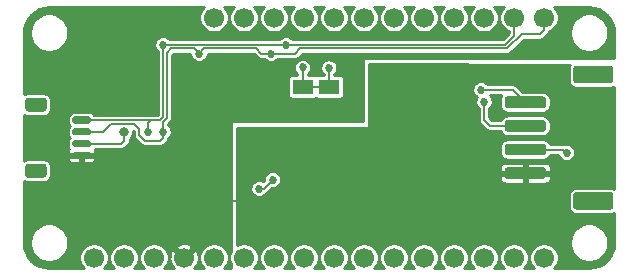
<source format=gbr>
%TF.GenerationSoftware,KiCad,Pcbnew,(5.1.6-0-10_14)*%
%TF.CreationDate,2020-11-28T13:39:01-08:00*%
%TF.ProjectId,NAU7802_Dual_24-bit_ADC,4e415537-3830-4325-9f44-75616c5f3234,v02*%
%TF.SameCoordinates,Original*%
%TF.FileFunction,Copper,L2,Bot*%
%TF.FilePolarity,Positive*%
%FSLAX46Y46*%
G04 Gerber Fmt 4.6, Leading zero omitted, Abs format (unit mm)*
G04 Created by KiCad (PCBNEW (5.1.6-0-10_14)) date 2020-11-28 13:39:01*
%MOMM*%
%LPD*%
G01*
G04 APERTURE LIST*
%TA.AperFunction,ComponentPad*%
%ADD10C,1.700000*%
%TD*%
%TA.AperFunction,SMDPad,CuDef*%
%ADD11R,1.800000X1.300000*%
%TD*%
%TA.AperFunction,ViaPad*%
%ADD12C,0.685800*%
%TD*%
%TA.AperFunction,ViaPad*%
%ADD13C,0.812800*%
%TD*%
%TA.AperFunction,Conductor*%
%ADD14C,0.203200*%
%TD*%
%TA.AperFunction,Conductor*%
%ADD15C,0.152400*%
%TD*%
%TA.AperFunction,Conductor*%
%ADD16C,0.254000*%
%TD*%
G04 APERTURE END LIST*
D10*
%TO.P,M1,28*%
%TO.N,/SDA*%
X172720000Y-91440000D03*
%TO.P,M1,27*%
%TO.N,/SCL*%
X170180000Y-91440000D03*
%TO.P,M1,26*%
%TO.N,Net-(M1-Pad26)*%
X167640000Y-91440000D03*
%TO.P,M1,25*%
%TO.N,Net-(M1-Pad25)*%
X165100000Y-91440000D03*
%TO.P,M1,24*%
%TO.N,Net-(M1-Pad24)*%
X162560000Y-91440000D03*
%TO.P,M1,23*%
%TO.N,Net-(M1-Pad23)*%
X160020000Y-91440000D03*
%TO.P,M1,22*%
%TO.N,Net-(M1-Pad22)*%
X157480000Y-91440000D03*
%TO.P,M1,21*%
%TO.N,/DRDY*%
X154940000Y-91440000D03*
%TO.P,M1,20*%
%TO.N,Net-(M1-Pad20)*%
X152400000Y-91440000D03*
%TO.P,M1,19*%
%TO.N,Net-(M1-Pad19)*%
X149860000Y-91440000D03*
%TO.P,M1,18*%
%TO.N,Net-(M1-Pad18)*%
X147320000Y-91440000D03*
%TO.P,M1,17*%
%TO.N,Net-(M1-Pad17)*%
X144780000Y-91440000D03*
%TO.P,M1,16*%
%TO.N,Net-(M1-Pad16)*%
X172720000Y-111760000D03*
%TO.P,M1,15*%
%TO.N,Net-(M1-Pad15)*%
X170180000Y-111760000D03*
%TO.P,M1,14*%
%TO.N,Net-(M1-Pad14)*%
X167640000Y-111760000D03*
%TO.P,M1,13*%
%TO.N,Net-(M1-Pad13)*%
X165100000Y-111760000D03*
%TO.P,M1,12*%
%TO.N,Net-(M1-Pad12)*%
X162560000Y-111760000D03*
%TO.P,M1,11*%
%TO.N,Net-(M1-Pad11)*%
X160020000Y-111760000D03*
%TO.P,M1,10*%
%TO.N,Net-(M1-Pad10)*%
X157480000Y-111760000D03*
%TO.P,M1,9*%
%TO.N,Net-(M1-Pad9)*%
X154940000Y-111760000D03*
%TO.P,M1,8*%
%TO.N,Net-(M1-Pad8)*%
X152400000Y-111760000D03*
%TO.P,M1,7*%
%TO.N,Net-(M1-Pad7)*%
X149860000Y-111760000D03*
%TO.P,M1,6*%
%TO.N,Net-(M1-Pad6)*%
X147320000Y-111760000D03*
%TO.P,M1,5*%
%TO.N,Net-(M1-Pad5)*%
X144780000Y-111760000D03*
%TO.P,M1,4*%
%TO.N,GND*%
X142240000Y-111760000D03*
%TO.P,M1,3*%
%TO.N,Net-(M1-Pad3)*%
X139700000Y-111760000D03*
%TO.P,M1,2*%
%TO.N,+3V3*%
X137160000Y-111760000D03*
%TO.P,M1,1*%
%TO.N,Net-(M1-Pad1)*%
X134620000Y-111760000D03*
%TD*%
%TO.P,J2,MP*%
%TO.N,N/C*%
%TA.AperFunction,SMDPad,CuDef*%
G36*
G01*
X175440000Y-106200000D02*
X178340000Y-106200000D01*
G75*
G02*
X178590000Y-106450000I0J-250000D01*
G01*
X178590000Y-107450000D01*
G75*
G02*
X178340000Y-107700000I-250000J0D01*
G01*
X175440000Y-107700000D01*
G75*
G02*
X175190000Y-107450000I0J250000D01*
G01*
X175190000Y-106450000D01*
G75*
G02*
X175440000Y-106200000I250000J0D01*
G01*
G37*
%TD.AperFunction*%
%TA.AperFunction,SMDPad,CuDef*%
G36*
G01*
X175440000Y-95500000D02*
X178340000Y-95500000D01*
G75*
G02*
X178590000Y-95750000I0J-250000D01*
G01*
X178590000Y-96750000D01*
G75*
G02*
X178340000Y-97000000I-250000J0D01*
G01*
X175440000Y-97000000D01*
G75*
G02*
X175190000Y-96750000I0J250000D01*
G01*
X175190000Y-95750000D01*
G75*
G02*
X175440000Y-95500000I250000J0D01*
G01*
G37*
%TD.AperFunction*%
%TO.P,J2,4*%
%TO.N,GND*%
%TA.AperFunction,SMDPad,CuDef*%
G36*
G01*
X169640000Y-104100000D02*
X172640000Y-104100000D01*
G75*
G02*
X172890000Y-104350000I0J-250000D01*
G01*
X172890000Y-104850000D01*
G75*
G02*
X172640000Y-105100000I-250000J0D01*
G01*
X169640000Y-105100000D01*
G75*
G02*
X169390000Y-104850000I0J250000D01*
G01*
X169390000Y-104350000D01*
G75*
G02*
X169640000Y-104100000I250000J0D01*
G01*
G37*
%TD.AperFunction*%
%TO.P,J2,3*%
%TO.N,/AVDD*%
%TA.AperFunction,SMDPad,CuDef*%
G36*
G01*
X169640000Y-102100000D02*
X172640000Y-102100000D01*
G75*
G02*
X172890000Y-102350000I0J-250000D01*
G01*
X172890000Y-102850000D01*
G75*
G02*
X172640000Y-103100000I-250000J0D01*
G01*
X169640000Y-103100000D01*
G75*
G02*
X169390000Y-102850000I0J250000D01*
G01*
X169390000Y-102350000D01*
G75*
G02*
X169640000Y-102100000I250000J0D01*
G01*
G37*
%TD.AperFunction*%
%TO.P,J2,2*%
%TO.N,/CELL_B-*%
%TA.AperFunction,SMDPad,CuDef*%
G36*
G01*
X169640000Y-100100000D02*
X172640000Y-100100000D01*
G75*
G02*
X172890000Y-100350000I0J-250000D01*
G01*
X172890000Y-100850000D01*
G75*
G02*
X172640000Y-101100000I-250000J0D01*
G01*
X169640000Y-101100000D01*
G75*
G02*
X169390000Y-100850000I0J250000D01*
G01*
X169390000Y-100350000D01*
G75*
G02*
X169640000Y-100100000I250000J0D01*
G01*
G37*
%TD.AperFunction*%
%TO.P,J2,1*%
%TO.N,/CELL_B+*%
%TA.AperFunction,SMDPad,CuDef*%
G36*
G01*
X169640000Y-98100000D02*
X172640000Y-98100000D01*
G75*
G02*
X172890000Y-98350000I0J-250000D01*
G01*
X172890000Y-98850000D01*
G75*
G02*
X172640000Y-99100000I-250000J0D01*
G01*
X169640000Y-99100000D01*
G75*
G02*
X169390000Y-98850000I0J250000D01*
G01*
X169390000Y-98350000D01*
G75*
G02*
X169640000Y-98100000I250000J0D01*
G01*
G37*
%TD.AperFunction*%
%TD*%
%TO.P,J4,1*%
%TO.N,GND*%
%TA.AperFunction,SMDPad,CuDef*%
G36*
G01*
X134197000Y-103400000D02*
X132947000Y-103400000D01*
G75*
G02*
X132797000Y-103250000I0J150000D01*
G01*
X132797000Y-102950000D01*
G75*
G02*
X132947000Y-102800000I150000J0D01*
G01*
X134197000Y-102800000D01*
G75*
G02*
X134347000Y-102950000I0J-150000D01*
G01*
X134347000Y-103250000D01*
G75*
G02*
X134197000Y-103400000I-150000J0D01*
G01*
G37*
%TD.AperFunction*%
%TO.P,J4,2*%
%TO.N,+3V3*%
%TA.AperFunction,SMDPad,CuDef*%
G36*
G01*
X134197000Y-102400000D02*
X132947000Y-102400000D01*
G75*
G02*
X132797000Y-102250000I0J150000D01*
G01*
X132797000Y-101950000D01*
G75*
G02*
X132947000Y-101800000I150000J0D01*
G01*
X134197000Y-101800000D01*
G75*
G02*
X134347000Y-101950000I0J-150000D01*
G01*
X134347000Y-102250000D01*
G75*
G02*
X134197000Y-102400000I-150000J0D01*
G01*
G37*
%TD.AperFunction*%
%TO.P,J4,3*%
%TO.N,/SDA*%
%TA.AperFunction,SMDPad,CuDef*%
G36*
G01*
X134197000Y-101400000D02*
X132947000Y-101400000D01*
G75*
G02*
X132797000Y-101250000I0J150000D01*
G01*
X132797000Y-100950000D01*
G75*
G02*
X132947000Y-100800000I150000J0D01*
G01*
X134197000Y-100800000D01*
G75*
G02*
X134347000Y-100950000I0J-150000D01*
G01*
X134347000Y-101250000D01*
G75*
G02*
X134197000Y-101400000I-150000J0D01*
G01*
G37*
%TD.AperFunction*%
%TO.P,J4,4*%
%TO.N,/SCL*%
%TA.AperFunction,SMDPad,CuDef*%
G36*
G01*
X134197000Y-100400000D02*
X132947000Y-100400000D01*
G75*
G02*
X132797000Y-100250000I0J150000D01*
G01*
X132797000Y-99950000D01*
G75*
G02*
X132947000Y-99800000I150000J0D01*
G01*
X134197000Y-99800000D01*
G75*
G02*
X134347000Y-99950000I0J-150000D01*
G01*
X134347000Y-100250000D01*
G75*
G02*
X134197000Y-100400000I-150000J0D01*
G01*
G37*
%TD.AperFunction*%
%TO.P,J4,MP*%
%TO.N,N/C*%
%TA.AperFunction,SMDPad,CuDef*%
G36*
G01*
X130347001Y-105000000D02*
X129046999Y-105000000D01*
G75*
G02*
X128797000Y-104750001I0J249999D01*
G01*
X128797000Y-104049999D01*
G75*
G02*
X129046999Y-103800000I249999J0D01*
G01*
X130347001Y-103800000D01*
G75*
G02*
X130597000Y-104049999I0J-249999D01*
G01*
X130597000Y-104750001D01*
G75*
G02*
X130347001Y-105000000I-249999J0D01*
G01*
G37*
%TD.AperFunction*%
%TA.AperFunction,SMDPad,CuDef*%
G36*
G01*
X130347001Y-99400000D02*
X129046999Y-99400000D01*
G75*
G02*
X128797000Y-99150001I0J249999D01*
G01*
X128797000Y-98449999D01*
G75*
G02*
X129046999Y-98200000I249999J0D01*
G01*
X130347001Y-98200000D01*
G75*
G02*
X130597000Y-98449999I0J-249999D01*
G01*
X130597000Y-99150001D01*
G75*
G02*
X130347001Y-99400000I-249999J0D01*
G01*
G37*
%TD.AperFunction*%
%TD*%
D11*
%TO.P,SJ1,2*%
%TO.N,/DRDY*%
X152323800Y-97282000D03*
%TO.P,SJ1,1*%
X154508200Y-97282000D03*
%TD*%
D12*
%TO.N,GND*%
X145288000Y-109982000D03*
X130302000Y-101600000D03*
X177800000Y-104140000D03*
X177800000Y-99060000D03*
X173990000Y-93980000D03*
X134620000Y-92837000D03*
X134620000Y-109220000D03*
X172720000Y-109220000D03*
X151638000Y-101346000D03*
X149352000Y-107442000D03*
X148590000Y-109982000D03*
X145288000Y-106934000D03*
X166116000Y-107442000D03*
X163195000Y-101473000D03*
X149098000Y-101346000D03*
X157480000Y-103505000D03*
D13*
%TO.N,+3V3*%
X137160000Y-101092000D03*
D12*
%TO.N,/SCL*%
X150876000Y-93726000D03*
X140462000Y-93726000D03*
X139192000Y-101092000D03*
%TO.N,/SDA*%
X149606000Y-94488000D03*
X143510000Y-94488000D03*
X140462000Y-101092000D03*
%TO.N,/DRDY*%
X152278000Y-95626000D03*
X154508200Y-95681800D03*
%TO.N,/A+*%
X149733000Y-105156000D03*
X148590000Y-105918000D03*
%TO.N,/AVDD*%
X174625000Y-102870000D03*
%TO.N,/CELL_B+*%
X167386000Y-97536000D03*
%TO.N,/CELL_B-*%
X167640000Y-98552000D03*
%TD*%
D14*
%TO.N,GND*%
X148717000Y-107442000D02*
X148209000Y-106934000D01*
X149352000Y-107442000D02*
X148717000Y-107442000D01*
X145288000Y-106934000D02*
X148209000Y-106934000D01*
%TO.N,+3V3*%
X137160000Y-101346000D02*
X137160000Y-101346000D01*
X137160000Y-101854000D02*
X137160000Y-101092000D01*
X136914000Y-102100000D02*
X137160000Y-101854000D01*
X133572000Y-102100000D02*
X135120000Y-102100000D01*
X135120000Y-102100000D02*
X136914000Y-102100000D01*
X134080000Y-102100000D02*
X135120000Y-102100000D01*
D15*
%TO.N,/SCL*%
X170180000Y-92964000D02*
X169418000Y-93726000D01*
X170180000Y-91440000D02*
X170180000Y-92964000D01*
X150876000Y-93726000D02*
X169418000Y-93726000D01*
X150876000Y-93726000D02*
X140462000Y-93726000D01*
X140438000Y-93750000D02*
X140462000Y-93726000D01*
X134104000Y-100076000D02*
X134080000Y-100100000D01*
X139192000Y-101092000D02*
X139192000Y-100838000D01*
X140462000Y-99822000D02*
X140462000Y-99314000D01*
X140462000Y-99568000D02*
X140462000Y-99314000D01*
X140184000Y-100100000D02*
X140208000Y-100076000D01*
X140208000Y-100076000D02*
X140462000Y-99822000D01*
X140184000Y-100100000D02*
X140462000Y-99822000D01*
X139192000Y-100378000D02*
X139470000Y-100100000D01*
X139192000Y-101092000D02*
X139192000Y-100378000D01*
X139470000Y-100100000D02*
X140184000Y-100100000D01*
X140462000Y-99314000D02*
X140462000Y-93726000D01*
X133572000Y-100100000D02*
X135358000Y-100100000D01*
X135358000Y-100100000D02*
X139470000Y-100100000D01*
X134080000Y-100100000D02*
X135358000Y-100100000D01*
%TO.N,/SDA*%
X149606000Y-94488000D02*
X148793190Y-94488000D01*
X148793190Y-94488000D02*
X148336000Y-94030810D01*
X143967190Y-94030810D02*
X143510000Y-94488000D01*
X148336000Y-94030810D02*
X143967190Y-94030810D01*
X143502000Y-94496000D02*
X143510000Y-94488000D01*
X143510000Y-94488000D02*
X143052810Y-94030810D01*
X141528810Y-94030810D02*
X141427190Y-94030810D01*
X143052810Y-94030810D02*
X141528810Y-94030810D01*
X140766810Y-94437190D02*
X141173190Y-94030810D01*
X140766810Y-99948256D02*
X140766810Y-94437190D01*
X141173190Y-94030810D02*
X141528810Y-94030810D01*
X140462000Y-100253066D02*
X140766810Y-99948256D01*
X140462000Y-101092000D02*
X140462000Y-100253066D01*
X135374000Y-101100000D02*
X136069190Y-100404810D01*
X136069190Y-100404810D02*
X137996810Y-100404810D01*
X134080000Y-101100000D02*
X135374000Y-101100000D01*
X140462000Y-101092000D02*
X140462000Y-101600000D01*
X140462000Y-101600000D02*
X140208000Y-101854000D01*
X140208000Y-101854000D02*
X138938000Y-101854000D01*
X138430000Y-101346000D02*
X138430000Y-100838000D01*
X138938000Y-101854000D02*
X138430000Y-101346000D01*
X137996810Y-100404810D02*
X138430000Y-100838000D01*
X152095190Y-94030810D02*
X169621190Y-94030810D01*
X151638000Y-94488000D02*
X152095190Y-94030810D01*
X149606000Y-94488000D02*
X151638000Y-94488000D01*
X172720000Y-91440000D02*
X172720000Y-92456000D01*
X172339000Y-92837000D02*
X170815000Y-92837000D01*
X172720000Y-92456000D02*
X172339000Y-92837000D01*
X169621190Y-94030810D02*
X170815000Y-92837000D01*
X133572000Y-101100000D02*
X135374000Y-101100000D01*
%TO.N,/DRDY*%
X152278000Y-97236200D02*
X152323800Y-97282000D01*
X152278000Y-95626000D02*
X152278000Y-97236200D01*
X154508200Y-97282000D02*
X154508200Y-95681800D01*
X154508200Y-95681800D02*
X154508200Y-95681800D01*
X152323800Y-97282000D02*
X154508200Y-97282000D01*
%TO.N,/A+*%
X148971000Y-105918000D02*
X149733000Y-105156000D01*
X148590000Y-105918000D02*
X148971000Y-105918000D01*
%TO.N,/AVDD*%
X174355000Y-102600000D02*
X174625000Y-102870000D01*
X171140000Y-102600000D02*
X174355000Y-102600000D01*
%TO.N,/CELL_B+*%
X170076000Y-97536000D02*
X167386000Y-97536000D01*
X171140000Y-98600000D02*
X170076000Y-97536000D01*
%TO.N,/CELL_B-*%
X167640000Y-98552000D02*
X167640000Y-100076000D01*
X168164000Y-100600000D02*
X171140000Y-100600000D01*
X167640000Y-100076000D02*
X168164000Y-100600000D01*
%TD*%
D16*
%TO.N,GND*%
G36*
X174904716Y-95415425D02*
G01*
X174855329Y-95507821D01*
X174819317Y-95626538D01*
X174807157Y-95750000D01*
X174807157Y-96750000D01*
X174819317Y-96873462D01*
X174855329Y-96992179D01*
X174913810Y-97101589D01*
X174992512Y-97197488D01*
X175088411Y-97276190D01*
X175197821Y-97334671D01*
X175316538Y-97370683D01*
X175440000Y-97382843D01*
X178340000Y-97382843D01*
X178463462Y-97370683D01*
X178582179Y-97334671D01*
X178664000Y-97290937D01*
X178664001Y-105909064D01*
X178582179Y-105865329D01*
X178463462Y-105829317D01*
X178340000Y-105817157D01*
X175440000Y-105817157D01*
X175316538Y-105829317D01*
X175197821Y-105865329D01*
X175088411Y-105923810D01*
X174992512Y-106002512D01*
X174913810Y-106098411D01*
X174855329Y-106207821D01*
X174819317Y-106326538D01*
X174807157Y-106450000D01*
X174807157Y-107450000D01*
X174819317Y-107573462D01*
X174855329Y-107692179D01*
X174913810Y-107801589D01*
X174992512Y-107897488D01*
X175088411Y-107976190D01*
X175197821Y-108034671D01*
X175316538Y-108070683D01*
X175440000Y-108082843D01*
X178340000Y-108082843D01*
X178463462Y-108070683D01*
X178582179Y-108034671D01*
X178664001Y-107990936D01*
X178664001Y-110470136D01*
X178621449Y-110904115D01*
X178501181Y-111302464D01*
X178305831Y-111669862D01*
X178042845Y-111992315D01*
X177722226Y-112257554D01*
X177356204Y-112455461D01*
X176958708Y-112578506D01*
X176525863Y-112624000D01*
X173596897Y-112624000D01*
X173676180Y-112544717D01*
X173810898Y-112343097D01*
X173903693Y-112119069D01*
X173951000Y-111881243D01*
X173951000Y-111638757D01*
X173903693Y-111400931D01*
X173810898Y-111176903D01*
X173676180Y-110975283D01*
X173504717Y-110803820D01*
X173303097Y-110669102D01*
X173079069Y-110576307D01*
X172841243Y-110529000D01*
X172598757Y-110529000D01*
X172360931Y-110576307D01*
X172136903Y-110669102D01*
X171935283Y-110803820D01*
X171763820Y-110975283D01*
X171629102Y-111176903D01*
X171536307Y-111400931D01*
X171489000Y-111638757D01*
X171489000Y-111881243D01*
X171536307Y-112119069D01*
X171629102Y-112343097D01*
X171763820Y-112544717D01*
X171843103Y-112624000D01*
X171056897Y-112624000D01*
X171136180Y-112544717D01*
X171270898Y-112343097D01*
X171363693Y-112119069D01*
X171411000Y-111881243D01*
X171411000Y-111638757D01*
X171363693Y-111400931D01*
X171270898Y-111176903D01*
X171136180Y-110975283D01*
X170964717Y-110803820D01*
X170763097Y-110669102D01*
X170539069Y-110576307D01*
X170301243Y-110529000D01*
X170058757Y-110529000D01*
X169820931Y-110576307D01*
X169596903Y-110669102D01*
X169395283Y-110803820D01*
X169223820Y-110975283D01*
X169089102Y-111176903D01*
X168996307Y-111400931D01*
X168949000Y-111638757D01*
X168949000Y-111881243D01*
X168996307Y-112119069D01*
X169089102Y-112343097D01*
X169223820Y-112544717D01*
X169303103Y-112624000D01*
X168516897Y-112624000D01*
X168596180Y-112544717D01*
X168730898Y-112343097D01*
X168823693Y-112119069D01*
X168871000Y-111881243D01*
X168871000Y-111638757D01*
X168823693Y-111400931D01*
X168730898Y-111176903D01*
X168596180Y-110975283D01*
X168424717Y-110803820D01*
X168223097Y-110669102D01*
X167999069Y-110576307D01*
X167761243Y-110529000D01*
X167518757Y-110529000D01*
X167280931Y-110576307D01*
X167056903Y-110669102D01*
X166855283Y-110803820D01*
X166683820Y-110975283D01*
X166549102Y-111176903D01*
X166456307Y-111400931D01*
X166409000Y-111638757D01*
X166409000Y-111881243D01*
X166456307Y-112119069D01*
X166549102Y-112343097D01*
X166683820Y-112544717D01*
X166763103Y-112624000D01*
X165976897Y-112624000D01*
X166056180Y-112544717D01*
X166190898Y-112343097D01*
X166283693Y-112119069D01*
X166331000Y-111881243D01*
X166331000Y-111638757D01*
X166283693Y-111400931D01*
X166190898Y-111176903D01*
X166056180Y-110975283D01*
X165884717Y-110803820D01*
X165683097Y-110669102D01*
X165459069Y-110576307D01*
X165221243Y-110529000D01*
X164978757Y-110529000D01*
X164740931Y-110576307D01*
X164516903Y-110669102D01*
X164315283Y-110803820D01*
X164143820Y-110975283D01*
X164009102Y-111176903D01*
X163916307Y-111400931D01*
X163869000Y-111638757D01*
X163869000Y-111881243D01*
X163916307Y-112119069D01*
X164009102Y-112343097D01*
X164143820Y-112544717D01*
X164223103Y-112624000D01*
X163436897Y-112624000D01*
X163516180Y-112544717D01*
X163650898Y-112343097D01*
X163743693Y-112119069D01*
X163791000Y-111881243D01*
X163791000Y-111638757D01*
X163743693Y-111400931D01*
X163650898Y-111176903D01*
X163516180Y-110975283D01*
X163344717Y-110803820D01*
X163143097Y-110669102D01*
X162919069Y-110576307D01*
X162681243Y-110529000D01*
X162438757Y-110529000D01*
X162200931Y-110576307D01*
X161976903Y-110669102D01*
X161775283Y-110803820D01*
X161603820Y-110975283D01*
X161469102Y-111176903D01*
X161376307Y-111400931D01*
X161329000Y-111638757D01*
X161329000Y-111881243D01*
X161376307Y-112119069D01*
X161469102Y-112343097D01*
X161603820Y-112544717D01*
X161683103Y-112624000D01*
X160896897Y-112624000D01*
X160976180Y-112544717D01*
X161110898Y-112343097D01*
X161203693Y-112119069D01*
X161251000Y-111881243D01*
X161251000Y-111638757D01*
X161203693Y-111400931D01*
X161110898Y-111176903D01*
X160976180Y-110975283D01*
X160804717Y-110803820D01*
X160603097Y-110669102D01*
X160379069Y-110576307D01*
X160141243Y-110529000D01*
X159898757Y-110529000D01*
X159660931Y-110576307D01*
X159436903Y-110669102D01*
X159235283Y-110803820D01*
X159063820Y-110975283D01*
X158929102Y-111176903D01*
X158836307Y-111400931D01*
X158789000Y-111638757D01*
X158789000Y-111881243D01*
X158836307Y-112119069D01*
X158929102Y-112343097D01*
X159063820Y-112544717D01*
X159143103Y-112624000D01*
X158356897Y-112624000D01*
X158436180Y-112544717D01*
X158570898Y-112343097D01*
X158663693Y-112119069D01*
X158711000Y-111881243D01*
X158711000Y-111638757D01*
X158663693Y-111400931D01*
X158570898Y-111176903D01*
X158436180Y-110975283D01*
X158264717Y-110803820D01*
X158063097Y-110669102D01*
X157839069Y-110576307D01*
X157601243Y-110529000D01*
X157358757Y-110529000D01*
X157120931Y-110576307D01*
X156896903Y-110669102D01*
X156695283Y-110803820D01*
X156523820Y-110975283D01*
X156389102Y-111176903D01*
X156296307Y-111400931D01*
X156249000Y-111638757D01*
X156249000Y-111881243D01*
X156296307Y-112119069D01*
X156389102Y-112343097D01*
X156523820Y-112544717D01*
X156603103Y-112624000D01*
X155816897Y-112624000D01*
X155896180Y-112544717D01*
X156030898Y-112343097D01*
X156123693Y-112119069D01*
X156171000Y-111881243D01*
X156171000Y-111638757D01*
X156123693Y-111400931D01*
X156030898Y-111176903D01*
X155896180Y-110975283D01*
X155724717Y-110803820D01*
X155523097Y-110669102D01*
X155299069Y-110576307D01*
X155061243Y-110529000D01*
X154818757Y-110529000D01*
X154580931Y-110576307D01*
X154356903Y-110669102D01*
X154155283Y-110803820D01*
X153983820Y-110975283D01*
X153849102Y-111176903D01*
X153756307Y-111400931D01*
X153709000Y-111638757D01*
X153709000Y-111881243D01*
X153756307Y-112119069D01*
X153849102Y-112343097D01*
X153983820Y-112544717D01*
X154063103Y-112624000D01*
X153276897Y-112624000D01*
X153356180Y-112544717D01*
X153490898Y-112343097D01*
X153583693Y-112119069D01*
X153631000Y-111881243D01*
X153631000Y-111638757D01*
X153583693Y-111400931D01*
X153490898Y-111176903D01*
X153356180Y-110975283D01*
X153184717Y-110803820D01*
X152983097Y-110669102D01*
X152759069Y-110576307D01*
X152521243Y-110529000D01*
X152278757Y-110529000D01*
X152040931Y-110576307D01*
X151816903Y-110669102D01*
X151615283Y-110803820D01*
X151443820Y-110975283D01*
X151309102Y-111176903D01*
X151216307Y-111400931D01*
X151169000Y-111638757D01*
X151169000Y-111881243D01*
X151216307Y-112119069D01*
X151309102Y-112343097D01*
X151443820Y-112544717D01*
X151523103Y-112624000D01*
X150736897Y-112624000D01*
X150816180Y-112544717D01*
X150950898Y-112343097D01*
X151043693Y-112119069D01*
X151091000Y-111881243D01*
X151091000Y-111638757D01*
X151043693Y-111400931D01*
X150950898Y-111176903D01*
X150816180Y-110975283D01*
X150644717Y-110803820D01*
X150443097Y-110669102D01*
X150219069Y-110576307D01*
X149981243Y-110529000D01*
X149738757Y-110529000D01*
X149500931Y-110576307D01*
X149276903Y-110669102D01*
X149075283Y-110803820D01*
X148903820Y-110975283D01*
X148769102Y-111176903D01*
X148676307Y-111400931D01*
X148629000Y-111638757D01*
X148629000Y-111881243D01*
X148676307Y-112119069D01*
X148769102Y-112343097D01*
X148903820Y-112544717D01*
X148983103Y-112624000D01*
X148196897Y-112624000D01*
X148276180Y-112544717D01*
X148410898Y-112343097D01*
X148503693Y-112119069D01*
X148551000Y-111881243D01*
X148551000Y-111638757D01*
X148503693Y-111400931D01*
X148410898Y-111176903D01*
X148276180Y-110975283D01*
X148104717Y-110803820D01*
X147903097Y-110669102D01*
X147679069Y-110576307D01*
X147441243Y-110529000D01*
X147198757Y-110529000D01*
X146960931Y-110576307D01*
X146736903Y-110669102D01*
X146685000Y-110703782D01*
X146685000Y-110329360D01*
X174899000Y-110329360D01*
X174899000Y-110650640D01*
X174961678Y-110965745D01*
X175084626Y-111262568D01*
X175263119Y-111529702D01*
X175490298Y-111756881D01*
X175757432Y-111935374D01*
X176054255Y-112058322D01*
X176369360Y-112121000D01*
X176690640Y-112121000D01*
X177005745Y-112058322D01*
X177302568Y-111935374D01*
X177569702Y-111756881D01*
X177796881Y-111529702D01*
X177975374Y-111262568D01*
X178098322Y-110965745D01*
X178161000Y-110650640D01*
X178161000Y-110329360D01*
X178098322Y-110014255D01*
X177975374Y-109717432D01*
X177796881Y-109450298D01*
X177569702Y-109223119D01*
X177302568Y-109044626D01*
X177005745Y-108921678D01*
X176690640Y-108859000D01*
X176369360Y-108859000D01*
X176054255Y-108921678D01*
X175757432Y-109044626D01*
X175490298Y-109223119D01*
X175263119Y-109450298D01*
X175084626Y-109717432D01*
X174961678Y-110014255D01*
X174899000Y-110329360D01*
X146685000Y-110329360D01*
X146685000Y-105846702D01*
X147866100Y-105846702D01*
X147866100Y-105989298D01*
X147893919Y-106129154D01*
X147948488Y-106260895D01*
X148027710Y-106379460D01*
X148128540Y-106480290D01*
X148247105Y-106559512D01*
X148378846Y-106614081D01*
X148518702Y-106641900D01*
X148661298Y-106641900D01*
X148801154Y-106614081D01*
X148932895Y-106559512D01*
X149051460Y-106480290D01*
X149152290Y-106379460D01*
X149193812Y-106317318D01*
X149226236Y-106299987D01*
X149295853Y-106242853D01*
X149310174Y-106225403D01*
X149656677Y-105878901D01*
X149661702Y-105879900D01*
X149804298Y-105879900D01*
X149944154Y-105852081D01*
X150075895Y-105797512D01*
X150194460Y-105718290D01*
X150295290Y-105617460D01*
X150374512Y-105498895D01*
X150429081Y-105367154D01*
X150456900Y-105227298D01*
X150456900Y-105100000D01*
X169007157Y-105100000D01*
X169014513Y-105174689D01*
X169036299Y-105246508D01*
X169071678Y-105312696D01*
X169119289Y-105370711D01*
X169177304Y-105418322D01*
X169243492Y-105453701D01*
X169315311Y-105475487D01*
X169390000Y-105482843D01*
X170917750Y-105481000D01*
X171013000Y-105385750D01*
X171013000Y-104727000D01*
X171267000Y-104727000D01*
X171267000Y-105385750D01*
X171362250Y-105481000D01*
X172890000Y-105482843D01*
X172964689Y-105475487D01*
X173036508Y-105453701D01*
X173102696Y-105418322D01*
X173160711Y-105370711D01*
X173208322Y-105312696D01*
X173243701Y-105246508D01*
X173265487Y-105174689D01*
X173272843Y-105100000D01*
X173271000Y-104822250D01*
X173175750Y-104727000D01*
X171267000Y-104727000D01*
X171013000Y-104727000D01*
X169104250Y-104727000D01*
X169009000Y-104822250D01*
X169007157Y-105100000D01*
X150456900Y-105100000D01*
X150456900Y-105084702D01*
X150429081Y-104944846D01*
X150374512Y-104813105D01*
X150295290Y-104694540D01*
X150194460Y-104593710D01*
X150075895Y-104514488D01*
X149944154Y-104459919D01*
X149804298Y-104432100D01*
X149661702Y-104432100D01*
X149521846Y-104459919D01*
X149390105Y-104514488D01*
X149271540Y-104593710D01*
X149170710Y-104694540D01*
X149091488Y-104813105D01*
X149036919Y-104944846D01*
X149009100Y-105084702D01*
X149009100Y-105227298D01*
X149010099Y-105232323D01*
X148952701Y-105289722D01*
X148932895Y-105276488D01*
X148801154Y-105221919D01*
X148661298Y-105194100D01*
X148518702Y-105194100D01*
X148378846Y-105221919D01*
X148247105Y-105276488D01*
X148128540Y-105355710D01*
X148027710Y-105456540D01*
X147948488Y-105575105D01*
X147893919Y-105706846D01*
X147866100Y-105846702D01*
X146685000Y-105846702D01*
X146685000Y-104100000D01*
X169007157Y-104100000D01*
X169009000Y-104377750D01*
X169104250Y-104473000D01*
X171013000Y-104473000D01*
X171013000Y-103814250D01*
X171267000Y-103814250D01*
X171267000Y-104473000D01*
X173175750Y-104473000D01*
X173271000Y-104377750D01*
X173272843Y-104100000D01*
X173265487Y-104025311D01*
X173243701Y-103953492D01*
X173208322Y-103887304D01*
X173160711Y-103829289D01*
X173102696Y-103781678D01*
X173036508Y-103746299D01*
X172964689Y-103724513D01*
X172890000Y-103717157D01*
X171362250Y-103719000D01*
X171267000Y-103814250D01*
X171013000Y-103814250D01*
X170917750Y-103719000D01*
X169390000Y-103717157D01*
X169315311Y-103724513D01*
X169243492Y-103746299D01*
X169177304Y-103781678D01*
X169119289Y-103829289D01*
X169071678Y-103887304D01*
X169036299Y-103953492D01*
X169014513Y-104025311D01*
X169007157Y-104100000D01*
X146685000Y-104100000D01*
X146685000Y-102350000D01*
X169007157Y-102350000D01*
X169007157Y-102850000D01*
X169019317Y-102973462D01*
X169055329Y-103092179D01*
X169113810Y-103201589D01*
X169192512Y-103297488D01*
X169288411Y-103376190D01*
X169397821Y-103434671D01*
X169516538Y-103470683D01*
X169640000Y-103482843D01*
X172640000Y-103482843D01*
X172763462Y-103470683D01*
X172882179Y-103434671D01*
X172991589Y-103376190D01*
X173087488Y-103297488D01*
X173166190Y-103201589D01*
X173224671Y-103092179D01*
X173235282Y-103057200D01*
X173924154Y-103057200D01*
X173928919Y-103081154D01*
X173983488Y-103212895D01*
X174062710Y-103331460D01*
X174163540Y-103432290D01*
X174282105Y-103511512D01*
X174413846Y-103566081D01*
X174553702Y-103593900D01*
X174696298Y-103593900D01*
X174836154Y-103566081D01*
X174967895Y-103511512D01*
X175086460Y-103432290D01*
X175187290Y-103331460D01*
X175266512Y-103212895D01*
X175321081Y-103081154D01*
X175348900Y-102941298D01*
X175348900Y-102798702D01*
X175321081Y-102658846D01*
X175266512Y-102527105D01*
X175187290Y-102408540D01*
X175086460Y-102307710D01*
X174967895Y-102228488D01*
X174836154Y-102173919D01*
X174696298Y-102146100D01*
X174553702Y-102146100D01*
X174481223Y-102160517D01*
X174444627Y-102149415D01*
X174377460Y-102142800D01*
X174377450Y-102142800D01*
X174355000Y-102140589D01*
X174332550Y-102142800D01*
X173235282Y-102142800D01*
X173224671Y-102107821D01*
X173166190Y-101998411D01*
X173087488Y-101902512D01*
X172991589Y-101823810D01*
X172882179Y-101765329D01*
X172763462Y-101729317D01*
X172640000Y-101717157D01*
X169640000Y-101717157D01*
X169516538Y-101729317D01*
X169397821Y-101765329D01*
X169288411Y-101823810D01*
X169192512Y-101902512D01*
X169113810Y-101998411D01*
X169055329Y-102107821D01*
X169019317Y-102226538D01*
X169007157Y-102350000D01*
X146685000Y-102350000D01*
X146685000Y-100758746D01*
X157734000Y-100758746D01*
X157758776Y-100756306D01*
X157782601Y-100749079D01*
X157804557Y-100737343D01*
X157823803Y-100721549D01*
X157839597Y-100702303D01*
X157851333Y-100680347D01*
X157858560Y-100656522D01*
X157861000Y-100631746D01*
X157861000Y-97464702D01*
X166662100Y-97464702D01*
X166662100Y-97607298D01*
X166689919Y-97747154D01*
X166744488Y-97878895D01*
X166823710Y-97997460D01*
X166924540Y-98098290D01*
X167026853Y-98166653D01*
X166998488Y-98209105D01*
X166943919Y-98340846D01*
X166916100Y-98480702D01*
X166916100Y-98623298D01*
X166943919Y-98763154D01*
X166998488Y-98894895D01*
X167077710Y-99013460D01*
X167178540Y-99114290D01*
X167182800Y-99117137D01*
X167182801Y-100053540D01*
X167180589Y-100076000D01*
X167189416Y-100165626D01*
X167215560Y-100251809D01*
X167237359Y-100292592D01*
X167258014Y-100331236D01*
X167315148Y-100400853D01*
X167332592Y-100415169D01*
X167824830Y-100907408D01*
X167839147Y-100924853D01*
X167908764Y-100981987D01*
X167988191Y-101024441D01*
X168074373Y-101050585D01*
X168141540Y-101057200D01*
X168141550Y-101057200D01*
X168164000Y-101059411D01*
X168186450Y-101057200D01*
X169044718Y-101057200D01*
X169055329Y-101092179D01*
X169113810Y-101201589D01*
X169192512Y-101297488D01*
X169288411Y-101376190D01*
X169397821Y-101434671D01*
X169516538Y-101470683D01*
X169640000Y-101482843D01*
X172640000Y-101482843D01*
X172763462Y-101470683D01*
X172882179Y-101434671D01*
X172991589Y-101376190D01*
X173087488Y-101297488D01*
X173166190Y-101201589D01*
X173224671Y-101092179D01*
X173260683Y-100973462D01*
X173272843Y-100850000D01*
X173272843Y-100350000D01*
X173260683Y-100226538D01*
X173224671Y-100107821D01*
X173166190Y-99998411D01*
X173087488Y-99902512D01*
X172991589Y-99823810D01*
X172882179Y-99765329D01*
X172763462Y-99729317D01*
X172640000Y-99717157D01*
X169640000Y-99717157D01*
X169516538Y-99729317D01*
X169397821Y-99765329D01*
X169288411Y-99823810D01*
X169192512Y-99902512D01*
X169113810Y-99998411D01*
X169055329Y-100107821D01*
X169044718Y-100142800D01*
X168353378Y-100142800D01*
X168097200Y-99886623D01*
X168097200Y-99117136D01*
X168101460Y-99114290D01*
X168202290Y-99013460D01*
X168281512Y-98894895D01*
X168336081Y-98763154D01*
X168363900Y-98623298D01*
X168363900Y-98480702D01*
X168336081Y-98340846D01*
X168281512Y-98209105D01*
X168202290Y-98090540D01*
X168104950Y-97993200D01*
X169118087Y-97993200D01*
X169113810Y-97998411D01*
X169055329Y-98107821D01*
X169019317Y-98226538D01*
X169007157Y-98350000D01*
X169007157Y-98850000D01*
X169019317Y-98973462D01*
X169055329Y-99092179D01*
X169113810Y-99201589D01*
X169192512Y-99297488D01*
X169288411Y-99376190D01*
X169397821Y-99434671D01*
X169516538Y-99470683D01*
X169640000Y-99482843D01*
X172640000Y-99482843D01*
X172763462Y-99470683D01*
X172882179Y-99434671D01*
X172991589Y-99376190D01*
X173087488Y-99297488D01*
X173166190Y-99201589D01*
X173224671Y-99092179D01*
X173260683Y-98973462D01*
X173272843Y-98850000D01*
X173272843Y-98350000D01*
X173260683Y-98226538D01*
X173224671Y-98107821D01*
X173166190Y-97998411D01*
X173087488Y-97902512D01*
X172991589Y-97823810D01*
X172882179Y-97765329D01*
X172763462Y-97729317D01*
X172640000Y-97717157D01*
X170903734Y-97717157D01*
X170415174Y-97228597D01*
X170400853Y-97211147D01*
X170331236Y-97154013D01*
X170251809Y-97111559D01*
X170165627Y-97085415D01*
X170098460Y-97078800D01*
X170098450Y-97078800D01*
X170076000Y-97076589D01*
X170053550Y-97078800D01*
X167951136Y-97078800D01*
X167948290Y-97074540D01*
X167847460Y-96973710D01*
X167728895Y-96894488D01*
X167597154Y-96839919D01*
X167457298Y-96812100D01*
X167314702Y-96812100D01*
X167174846Y-96839919D01*
X167043105Y-96894488D01*
X166924540Y-96973710D01*
X166823710Y-97074540D01*
X166744488Y-97193105D01*
X166689919Y-97324846D01*
X166662100Y-97464702D01*
X157861000Y-97464702D01*
X157861000Y-95377285D01*
X174904716Y-95415425D01*
G37*
X174904716Y-95415425D02*
X174855329Y-95507821D01*
X174819317Y-95626538D01*
X174807157Y-95750000D01*
X174807157Y-96750000D01*
X174819317Y-96873462D01*
X174855329Y-96992179D01*
X174913810Y-97101589D01*
X174992512Y-97197488D01*
X175088411Y-97276190D01*
X175197821Y-97334671D01*
X175316538Y-97370683D01*
X175440000Y-97382843D01*
X178340000Y-97382843D01*
X178463462Y-97370683D01*
X178582179Y-97334671D01*
X178664000Y-97290937D01*
X178664001Y-105909064D01*
X178582179Y-105865329D01*
X178463462Y-105829317D01*
X178340000Y-105817157D01*
X175440000Y-105817157D01*
X175316538Y-105829317D01*
X175197821Y-105865329D01*
X175088411Y-105923810D01*
X174992512Y-106002512D01*
X174913810Y-106098411D01*
X174855329Y-106207821D01*
X174819317Y-106326538D01*
X174807157Y-106450000D01*
X174807157Y-107450000D01*
X174819317Y-107573462D01*
X174855329Y-107692179D01*
X174913810Y-107801589D01*
X174992512Y-107897488D01*
X175088411Y-107976190D01*
X175197821Y-108034671D01*
X175316538Y-108070683D01*
X175440000Y-108082843D01*
X178340000Y-108082843D01*
X178463462Y-108070683D01*
X178582179Y-108034671D01*
X178664001Y-107990936D01*
X178664001Y-110470136D01*
X178621449Y-110904115D01*
X178501181Y-111302464D01*
X178305831Y-111669862D01*
X178042845Y-111992315D01*
X177722226Y-112257554D01*
X177356204Y-112455461D01*
X176958708Y-112578506D01*
X176525863Y-112624000D01*
X173596897Y-112624000D01*
X173676180Y-112544717D01*
X173810898Y-112343097D01*
X173903693Y-112119069D01*
X173951000Y-111881243D01*
X173951000Y-111638757D01*
X173903693Y-111400931D01*
X173810898Y-111176903D01*
X173676180Y-110975283D01*
X173504717Y-110803820D01*
X173303097Y-110669102D01*
X173079069Y-110576307D01*
X172841243Y-110529000D01*
X172598757Y-110529000D01*
X172360931Y-110576307D01*
X172136903Y-110669102D01*
X171935283Y-110803820D01*
X171763820Y-110975283D01*
X171629102Y-111176903D01*
X171536307Y-111400931D01*
X171489000Y-111638757D01*
X171489000Y-111881243D01*
X171536307Y-112119069D01*
X171629102Y-112343097D01*
X171763820Y-112544717D01*
X171843103Y-112624000D01*
X171056897Y-112624000D01*
X171136180Y-112544717D01*
X171270898Y-112343097D01*
X171363693Y-112119069D01*
X171411000Y-111881243D01*
X171411000Y-111638757D01*
X171363693Y-111400931D01*
X171270898Y-111176903D01*
X171136180Y-110975283D01*
X170964717Y-110803820D01*
X170763097Y-110669102D01*
X170539069Y-110576307D01*
X170301243Y-110529000D01*
X170058757Y-110529000D01*
X169820931Y-110576307D01*
X169596903Y-110669102D01*
X169395283Y-110803820D01*
X169223820Y-110975283D01*
X169089102Y-111176903D01*
X168996307Y-111400931D01*
X168949000Y-111638757D01*
X168949000Y-111881243D01*
X168996307Y-112119069D01*
X169089102Y-112343097D01*
X169223820Y-112544717D01*
X169303103Y-112624000D01*
X168516897Y-112624000D01*
X168596180Y-112544717D01*
X168730898Y-112343097D01*
X168823693Y-112119069D01*
X168871000Y-111881243D01*
X168871000Y-111638757D01*
X168823693Y-111400931D01*
X168730898Y-111176903D01*
X168596180Y-110975283D01*
X168424717Y-110803820D01*
X168223097Y-110669102D01*
X167999069Y-110576307D01*
X167761243Y-110529000D01*
X167518757Y-110529000D01*
X167280931Y-110576307D01*
X167056903Y-110669102D01*
X166855283Y-110803820D01*
X166683820Y-110975283D01*
X166549102Y-111176903D01*
X166456307Y-111400931D01*
X166409000Y-111638757D01*
X166409000Y-111881243D01*
X166456307Y-112119069D01*
X166549102Y-112343097D01*
X166683820Y-112544717D01*
X166763103Y-112624000D01*
X165976897Y-112624000D01*
X166056180Y-112544717D01*
X166190898Y-112343097D01*
X166283693Y-112119069D01*
X166331000Y-111881243D01*
X166331000Y-111638757D01*
X166283693Y-111400931D01*
X166190898Y-111176903D01*
X166056180Y-110975283D01*
X165884717Y-110803820D01*
X165683097Y-110669102D01*
X165459069Y-110576307D01*
X165221243Y-110529000D01*
X164978757Y-110529000D01*
X164740931Y-110576307D01*
X164516903Y-110669102D01*
X164315283Y-110803820D01*
X164143820Y-110975283D01*
X164009102Y-111176903D01*
X163916307Y-111400931D01*
X163869000Y-111638757D01*
X163869000Y-111881243D01*
X163916307Y-112119069D01*
X164009102Y-112343097D01*
X164143820Y-112544717D01*
X164223103Y-112624000D01*
X163436897Y-112624000D01*
X163516180Y-112544717D01*
X163650898Y-112343097D01*
X163743693Y-112119069D01*
X163791000Y-111881243D01*
X163791000Y-111638757D01*
X163743693Y-111400931D01*
X163650898Y-111176903D01*
X163516180Y-110975283D01*
X163344717Y-110803820D01*
X163143097Y-110669102D01*
X162919069Y-110576307D01*
X162681243Y-110529000D01*
X162438757Y-110529000D01*
X162200931Y-110576307D01*
X161976903Y-110669102D01*
X161775283Y-110803820D01*
X161603820Y-110975283D01*
X161469102Y-111176903D01*
X161376307Y-111400931D01*
X161329000Y-111638757D01*
X161329000Y-111881243D01*
X161376307Y-112119069D01*
X161469102Y-112343097D01*
X161603820Y-112544717D01*
X161683103Y-112624000D01*
X160896897Y-112624000D01*
X160976180Y-112544717D01*
X161110898Y-112343097D01*
X161203693Y-112119069D01*
X161251000Y-111881243D01*
X161251000Y-111638757D01*
X161203693Y-111400931D01*
X161110898Y-111176903D01*
X160976180Y-110975283D01*
X160804717Y-110803820D01*
X160603097Y-110669102D01*
X160379069Y-110576307D01*
X160141243Y-110529000D01*
X159898757Y-110529000D01*
X159660931Y-110576307D01*
X159436903Y-110669102D01*
X159235283Y-110803820D01*
X159063820Y-110975283D01*
X158929102Y-111176903D01*
X158836307Y-111400931D01*
X158789000Y-111638757D01*
X158789000Y-111881243D01*
X158836307Y-112119069D01*
X158929102Y-112343097D01*
X159063820Y-112544717D01*
X159143103Y-112624000D01*
X158356897Y-112624000D01*
X158436180Y-112544717D01*
X158570898Y-112343097D01*
X158663693Y-112119069D01*
X158711000Y-111881243D01*
X158711000Y-111638757D01*
X158663693Y-111400931D01*
X158570898Y-111176903D01*
X158436180Y-110975283D01*
X158264717Y-110803820D01*
X158063097Y-110669102D01*
X157839069Y-110576307D01*
X157601243Y-110529000D01*
X157358757Y-110529000D01*
X157120931Y-110576307D01*
X156896903Y-110669102D01*
X156695283Y-110803820D01*
X156523820Y-110975283D01*
X156389102Y-111176903D01*
X156296307Y-111400931D01*
X156249000Y-111638757D01*
X156249000Y-111881243D01*
X156296307Y-112119069D01*
X156389102Y-112343097D01*
X156523820Y-112544717D01*
X156603103Y-112624000D01*
X155816897Y-112624000D01*
X155896180Y-112544717D01*
X156030898Y-112343097D01*
X156123693Y-112119069D01*
X156171000Y-111881243D01*
X156171000Y-111638757D01*
X156123693Y-111400931D01*
X156030898Y-111176903D01*
X155896180Y-110975283D01*
X155724717Y-110803820D01*
X155523097Y-110669102D01*
X155299069Y-110576307D01*
X155061243Y-110529000D01*
X154818757Y-110529000D01*
X154580931Y-110576307D01*
X154356903Y-110669102D01*
X154155283Y-110803820D01*
X153983820Y-110975283D01*
X153849102Y-111176903D01*
X153756307Y-111400931D01*
X153709000Y-111638757D01*
X153709000Y-111881243D01*
X153756307Y-112119069D01*
X153849102Y-112343097D01*
X153983820Y-112544717D01*
X154063103Y-112624000D01*
X153276897Y-112624000D01*
X153356180Y-112544717D01*
X153490898Y-112343097D01*
X153583693Y-112119069D01*
X153631000Y-111881243D01*
X153631000Y-111638757D01*
X153583693Y-111400931D01*
X153490898Y-111176903D01*
X153356180Y-110975283D01*
X153184717Y-110803820D01*
X152983097Y-110669102D01*
X152759069Y-110576307D01*
X152521243Y-110529000D01*
X152278757Y-110529000D01*
X152040931Y-110576307D01*
X151816903Y-110669102D01*
X151615283Y-110803820D01*
X151443820Y-110975283D01*
X151309102Y-111176903D01*
X151216307Y-111400931D01*
X151169000Y-111638757D01*
X151169000Y-111881243D01*
X151216307Y-112119069D01*
X151309102Y-112343097D01*
X151443820Y-112544717D01*
X151523103Y-112624000D01*
X150736897Y-112624000D01*
X150816180Y-112544717D01*
X150950898Y-112343097D01*
X151043693Y-112119069D01*
X151091000Y-111881243D01*
X151091000Y-111638757D01*
X151043693Y-111400931D01*
X150950898Y-111176903D01*
X150816180Y-110975283D01*
X150644717Y-110803820D01*
X150443097Y-110669102D01*
X150219069Y-110576307D01*
X149981243Y-110529000D01*
X149738757Y-110529000D01*
X149500931Y-110576307D01*
X149276903Y-110669102D01*
X149075283Y-110803820D01*
X148903820Y-110975283D01*
X148769102Y-111176903D01*
X148676307Y-111400931D01*
X148629000Y-111638757D01*
X148629000Y-111881243D01*
X148676307Y-112119069D01*
X148769102Y-112343097D01*
X148903820Y-112544717D01*
X148983103Y-112624000D01*
X148196897Y-112624000D01*
X148276180Y-112544717D01*
X148410898Y-112343097D01*
X148503693Y-112119069D01*
X148551000Y-111881243D01*
X148551000Y-111638757D01*
X148503693Y-111400931D01*
X148410898Y-111176903D01*
X148276180Y-110975283D01*
X148104717Y-110803820D01*
X147903097Y-110669102D01*
X147679069Y-110576307D01*
X147441243Y-110529000D01*
X147198757Y-110529000D01*
X146960931Y-110576307D01*
X146736903Y-110669102D01*
X146685000Y-110703782D01*
X146685000Y-110329360D01*
X174899000Y-110329360D01*
X174899000Y-110650640D01*
X174961678Y-110965745D01*
X175084626Y-111262568D01*
X175263119Y-111529702D01*
X175490298Y-111756881D01*
X175757432Y-111935374D01*
X176054255Y-112058322D01*
X176369360Y-112121000D01*
X176690640Y-112121000D01*
X177005745Y-112058322D01*
X177302568Y-111935374D01*
X177569702Y-111756881D01*
X177796881Y-111529702D01*
X177975374Y-111262568D01*
X178098322Y-110965745D01*
X178161000Y-110650640D01*
X178161000Y-110329360D01*
X178098322Y-110014255D01*
X177975374Y-109717432D01*
X177796881Y-109450298D01*
X177569702Y-109223119D01*
X177302568Y-109044626D01*
X177005745Y-108921678D01*
X176690640Y-108859000D01*
X176369360Y-108859000D01*
X176054255Y-108921678D01*
X175757432Y-109044626D01*
X175490298Y-109223119D01*
X175263119Y-109450298D01*
X175084626Y-109717432D01*
X174961678Y-110014255D01*
X174899000Y-110329360D01*
X146685000Y-110329360D01*
X146685000Y-105846702D01*
X147866100Y-105846702D01*
X147866100Y-105989298D01*
X147893919Y-106129154D01*
X147948488Y-106260895D01*
X148027710Y-106379460D01*
X148128540Y-106480290D01*
X148247105Y-106559512D01*
X148378846Y-106614081D01*
X148518702Y-106641900D01*
X148661298Y-106641900D01*
X148801154Y-106614081D01*
X148932895Y-106559512D01*
X149051460Y-106480290D01*
X149152290Y-106379460D01*
X149193812Y-106317318D01*
X149226236Y-106299987D01*
X149295853Y-106242853D01*
X149310174Y-106225403D01*
X149656677Y-105878901D01*
X149661702Y-105879900D01*
X149804298Y-105879900D01*
X149944154Y-105852081D01*
X150075895Y-105797512D01*
X150194460Y-105718290D01*
X150295290Y-105617460D01*
X150374512Y-105498895D01*
X150429081Y-105367154D01*
X150456900Y-105227298D01*
X150456900Y-105100000D01*
X169007157Y-105100000D01*
X169014513Y-105174689D01*
X169036299Y-105246508D01*
X169071678Y-105312696D01*
X169119289Y-105370711D01*
X169177304Y-105418322D01*
X169243492Y-105453701D01*
X169315311Y-105475487D01*
X169390000Y-105482843D01*
X170917750Y-105481000D01*
X171013000Y-105385750D01*
X171013000Y-104727000D01*
X171267000Y-104727000D01*
X171267000Y-105385750D01*
X171362250Y-105481000D01*
X172890000Y-105482843D01*
X172964689Y-105475487D01*
X173036508Y-105453701D01*
X173102696Y-105418322D01*
X173160711Y-105370711D01*
X173208322Y-105312696D01*
X173243701Y-105246508D01*
X173265487Y-105174689D01*
X173272843Y-105100000D01*
X173271000Y-104822250D01*
X173175750Y-104727000D01*
X171267000Y-104727000D01*
X171013000Y-104727000D01*
X169104250Y-104727000D01*
X169009000Y-104822250D01*
X169007157Y-105100000D01*
X150456900Y-105100000D01*
X150456900Y-105084702D01*
X150429081Y-104944846D01*
X150374512Y-104813105D01*
X150295290Y-104694540D01*
X150194460Y-104593710D01*
X150075895Y-104514488D01*
X149944154Y-104459919D01*
X149804298Y-104432100D01*
X149661702Y-104432100D01*
X149521846Y-104459919D01*
X149390105Y-104514488D01*
X149271540Y-104593710D01*
X149170710Y-104694540D01*
X149091488Y-104813105D01*
X149036919Y-104944846D01*
X149009100Y-105084702D01*
X149009100Y-105227298D01*
X149010099Y-105232323D01*
X148952701Y-105289722D01*
X148932895Y-105276488D01*
X148801154Y-105221919D01*
X148661298Y-105194100D01*
X148518702Y-105194100D01*
X148378846Y-105221919D01*
X148247105Y-105276488D01*
X148128540Y-105355710D01*
X148027710Y-105456540D01*
X147948488Y-105575105D01*
X147893919Y-105706846D01*
X147866100Y-105846702D01*
X146685000Y-105846702D01*
X146685000Y-104100000D01*
X169007157Y-104100000D01*
X169009000Y-104377750D01*
X169104250Y-104473000D01*
X171013000Y-104473000D01*
X171013000Y-103814250D01*
X171267000Y-103814250D01*
X171267000Y-104473000D01*
X173175750Y-104473000D01*
X173271000Y-104377750D01*
X173272843Y-104100000D01*
X173265487Y-104025311D01*
X173243701Y-103953492D01*
X173208322Y-103887304D01*
X173160711Y-103829289D01*
X173102696Y-103781678D01*
X173036508Y-103746299D01*
X172964689Y-103724513D01*
X172890000Y-103717157D01*
X171362250Y-103719000D01*
X171267000Y-103814250D01*
X171013000Y-103814250D01*
X170917750Y-103719000D01*
X169390000Y-103717157D01*
X169315311Y-103724513D01*
X169243492Y-103746299D01*
X169177304Y-103781678D01*
X169119289Y-103829289D01*
X169071678Y-103887304D01*
X169036299Y-103953492D01*
X169014513Y-104025311D01*
X169007157Y-104100000D01*
X146685000Y-104100000D01*
X146685000Y-102350000D01*
X169007157Y-102350000D01*
X169007157Y-102850000D01*
X169019317Y-102973462D01*
X169055329Y-103092179D01*
X169113810Y-103201589D01*
X169192512Y-103297488D01*
X169288411Y-103376190D01*
X169397821Y-103434671D01*
X169516538Y-103470683D01*
X169640000Y-103482843D01*
X172640000Y-103482843D01*
X172763462Y-103470683D01*
X172882179Y-103434671D01*
X172991589Y-103376190D01*
X173087488Y-103297488D01*
X173166190Y-103201589D01*
X173224671Y-103092179D01*
X173235282Y-103057200D01*
X173924154Y-103057200D01*
X173928919Y-103081154D01*
X173983488Y-103212895D01*
X174062710Y-103331460D01*
X174163540Y-103432290D01*
X174282105Y-103511512D01*
X174413846Y-103566081D01*
X174553702Y-103593900D01*
X174696298Y-103593900D01*
X174836154Y-103566081D01*
X174967895Y-103511512D01*
X175086460Y-103432290D01*
X175187290Y-103331460D01*
X175266512Y-103212895D01*
X175321081Y-103081154D01*
X175348900Y-102941298D01*
X175348900Y-102798702D01*
X175321081Y-102658846D01*
X175266512Y-102527105D01*
X175187290Y-102408540D01*
X175086460Y-102307710D01*
X174967895Y-102228488D01*
X174836154Y-102173919D01*
X174696298Y-102146100D01*
X174553702Y-102146100D01*
X174481223Y-102160517D01*
X174444627Y-102149415D01*
X174377460Y-102142800D01*
X174377450Y-102142800D01*
X174355000Y-102140589D01*
X174332550Y-102142800D01*
X173235282Y-102142800D01*
X173224671Y-102107821D01*
X173166190Y-101998411D01*
X173087488Y-101902512D01*
X172991589Y-101823810D01*
X172882179Y-101765329D01*
X172763462Y-101729317D01*
X172640000Y-101717157D01*
X169640000Y-101717157D01*
X169516538Y-101729317D01*
X169397821Y-101765329D01*
X169288411Y-101823810D01*
X169192512Y-101902512D01*
X169113810Y-101998411D01*
X169055329Y-102107821D01*
X169019317Y-102226538D01*
X169007157Y-102350000D01*
X146685000Y-102350000D01*
X146685000Y-100758746D01*
X157734000Y-100758746D01*
X157758776Y-100756306D01*
X157782601Y-100749079D01*
X157804557Y-100737343D01*
X157823803Y-100721549D01*
X157839597Y-100702303D01*
X157851333Y-100680347D01*
X157858560Y-100656522D01*
X157861000Y-100631746D01*
X157861000Y-97464702D01*
X166662100Y-97464702D01*
X166662100Y-97607298D01*
X166689919Y-97747154D01*
X166744488Y-97878895D01*
X166823710Y-97997460D01*
X166924540Y-98098290D01*
X167026853Y-98166653D01*
X166998488Y-98209105D01*
X166943919Y-98340846D01*
X166916100Y-98480702D01*
X166916100Y-98623298D01*
X166943919Y-98763154D01*
X166998488Y-98894895D01*
X167077710Y-99013460D01*
X167178540Y-99114290D01*
X167182800Y-99117137D01*
X167182801Y-100053540D01*
X167180589Y-100076000D01*
X167189416Y-100165626D01*
X167215560Y-100251809D01*
X167237359Y-100292592D01*
X167258014Y-100331236D01*
X167315148Y-100400853D01*
X167332592Y-100415169D01*
X167824830Y-100907408D01*
X167839147Y-100924853D01*
X167908764Y-100981987D01*
X167988191Y-101024441D01*
X168074373Y-101050585D01*
X168141540Y-101057200D01*
X168141550Y-101057200D01*
X168164000Y-101059411D01*
X168186450Y-101057200D01*
X169044718Y-101057200D01*
X169055329Y-101092179D01*
X169113810Y-101201589D01*
X169192512Y-101297488D01*
X169288411Y-101376190D01*
X169397821Y-101434671D01*
X169516538Y-101470683D01*
X169640000Y-101482843D01*
X172640000Y-101482843D01*
X172763462Y-101470683D01*
X172882179Y-101434671D01*
X172991589Y-101376190D01*
X173087488Y-101297488D01*
X173166190Y-101201589D01*
X173224671Y-101092179D01*
X173260683Y-100973462D01*
X173272843Y-100850000D01*
X173272843Y-100350000D01*
X173260683Y-100226538D01*
X173224671Y-100107821D01*
X173166190Y-99998411D01*
X173087488Y-99902512D01*
X172991589Y-99823810D01*
X172882179Y-99765329D01*
X172763462Y-99729317D01*
X172640000Y-99717157D01*
X169640000Y-99717157D01*
X169516538Y-99729317D01*
X169397821Y-99765329D01*
X169288411Y-99823810D01*
X169192512Y-99902512D01*
X169113810Y-99998411D01*
X169055329Y-100107821D01*
X169044718Y-100142800D01*
X168353378Y-100142800D01*
X168097200Y-99886623D01*
X168097200Y-99117136D01*
X168101460Y-99114290D01*
X168202290Y-99013460D01*
X168281512Y-98894895D01*
X168336081Y-98763154D01*
X168363900Y-98623298D01*
X168363900Y-98480702D01*
X168336081Y-98340846D01*
X168281512Y-98209105D01*
X168202290Y-98090540D01*
X168104950Y-97993200D01*
X169118087Y-97993200D01*
X169113810Y-97998411D01*
X169055329Y-98107821D01*
X169019317Y-98226538D01*
X169007157Y-98350000D01*
X169007157Y-98850000D01*
X169019317Y-98973462D01*
X169055329Y-99092179D01*
X169113810Y-99201589D01*
X169192512Y-99297488D01*
X169288411Y-99376190D01*
X169397821Y-99434671D01*
X169516538Y-99470683D01*
X169640000Y-99482843D01*
X172640000Y-99482843D01*
X172763462Y-99470683D01*
X172882179Y-99434671D01*
X172991589Y-99376190D01*
X173087488Y-99297488D01*
X173166190Y-99201589D01*
X173224671Y-99092179D01*
X173260683Y-98973462D01*
X173272843Y-98850000D01*
X173272843Y-98350000D01*
X173260683Y-98226538D01*
X173224671Y-98107821D01*
X173166190Y-97998411D01*
X173087488Y-97902512D01*
X172991589Y-97823810D01*
X172882179Y-97765329D01*
X172763462Y-97729317D01*
X172640000Y-97717157D01*
X170903734Y-97717157D01*
X170415174Y-97228597D01*
X170400853Y-97211147D01*
X170331236Y-97154013D01*
X170251809Y-97111559D01*
X170165627Y-97085415D01*
X170098460Y-97078800D01*
X170098450Y-97078800D01*
X170076000Y-97076589D01*
X170053550Y-97078800D01*
X167951136Y-97078800D01*
X167948290Y-97074540D01*
X167847460Y-96973710D01*
X167728895Y-96894488D01*
X167597154Y-96839919D01*
X167457298Y-96812100D01*
X167314702Y-96812100D01*
X167174846Y-96839919D01*
X167043105Y-96894488D01*
X166924540Y-96973710D01*
X166823710Y-97074540D01*
X166744488Y-97193105D01*
X166689919Y-97324846D01*
X166662100Y-97464702D01*
X157861000Y-97464702D01*
X157861000Y-95377285D01*
X174904716Y-95415425D01*
G36*
X143823820Y-90655283D02*
G01*
X143689102Y-90856903D01*
X143596307Y-91080931D01*
X143549000Y-91318757D01*
X143549000Y-91561243D01*
X143596307Y-91799069D01*
X143689102Y-92023097D01*
X143823820Y-92224717D01*
X143995283Y-92396180D01*
X144196903Y-92530898D01*
X144420931Y-92623693D01*
X144658757Y-92671000D01*
X144901243Y-92671000D01*
X145139069Y-92623693D01*
X145363097Y-92530898D01*
X145564717Y-92396180D01*
X145736180Y-92224717D01*
X145870898Y-92023097D01*
X145963693Y-91799069D01*
X146011000Y-91561243D01*
X146011000Y-91318757D01*
X145963693Y-91080931D01*
X145870898Y-90856903D01*
X145736180Y-90655283D01*
X145656897Y-90576000D01*
X146443103Y-90576000D01*
X146363820Y-90655283D01*
X146229102Y-90856903D01*
X146136307Y-91080931D01*
X146089000Y-91318757D01*
X146089000Y-91561243D01*
X146136307Y-91799069D01*
X146229102Y-92023097D01*
X146363820Y-92224717D01*
X146535283Y-92396180D01*
X146736903Y-92530898D01*
X146960931Y-92623693D01*
X147198757Y-92671000D01*
X147441243Y-92671000D01*
X147679069Y-92623693D01*
X147903097Y-92530898D01*
X148104717Y-92396180D01*
X148276180Y-92224717D01*
X148410898Y-92023097D01*
X148503693Y-91799069D01*
X148551000Y-91561243D01*
X148551000Y-91318757D01*
X148503693Y-91080931D01*
X148410898Y-90856903D01*
X148276180Y-90655283D01*
X148196897Y-90576000D01*
X148983103Y-90576000D01*
X148903820Y-90655283D01*
X148769102Y-90856903D01*
X148676307Y-91080931D01*
X148629000Y-91318757D01*
X148629000Y-91561243D01*
X148676307Y-91799069D01*
X148769102Y-92023097D01*
X148903820Y-92224717D01*
X149075283Y-92396180D01*
X149276903Y-92530898D01*
X149500931Y-92623693D01*
X149738757Y-92671000D01*
X149981243Y-92671000D01*
X150219069Y-92623693D01*
X150443097Y-92530898D01*
X150644717Y-92396180D01*
X150816180Y-92224717D01*
X150950898Y-92023097D01*
X151043693Y-91799069D01*
X151091000Y-91561243D01*
X151091000Y-91318757D01*
X151043693Y-91080931D01*
X150950898Y-90856903D01*
X150816180Y-90655283D01*
X150736897Y-90576000D01*
X151523103Y-90576000D01*
X151443820Y-90655283D01*
X151309102Y-90856903D01*
X151216307Y-91080931D01*
X151169000Y-91318757D01*
X151169000Y-91561243D01*
X151216307Y-91799069D01*
X151309102Y-92023097D01*
X151443820Y-92224717D01*
X151615283Y-92396180D01*
X151816903Y-92530898D01*
X152040931Y-92623693D01*
X152278757Y-92671000D01*
X152521243Y-92671000D01*
X152759069Y-92623693D01*
X152983097Y-92530898D01*
X153184717Y-92396180D01*
X153356180Y-92224717D01*
X153490898Y-92023097D01*
X153583693Y-91799069D01*
X153631000Y-91561243D01*
X153631000Y-91318757D01*
X153583693Y-91080931D01*
X153490898Y-90856903D01*
X153356180Y-90655283D01*
X153276897Y-90576000D01*
X154063103Y-90576000D01*
X153983820Y-90655283D01*
X153849102Y-90856903D01*
X153756307Y-91080931D01*
X153709000Y-91318757D01*
X153709000Y-91561243D01*
X153756307Y-91799069D01*
X153849102Y-92023097D01*
X153983820Y-92224717D01*
X154155283Y-92396180D01*
X154356903Y-92530898D01*
X154580931Y-92623693D01*
X154818757Y-92671000D01*
X155061243Y-92671000D01*
X155299069Y-92623693D01*
X155523097Y-92530898D01*
X155724717Y-92396180D01*
X155896180Y-92224717D01*
X156030898Y-92023097D01*
X156123693Y-91799069D01*
X156171000Y-91561243D01*
X156171000Y-91318757D01*
X156123693Y-91080931D01*
X156030898Y-90856903D01*
X155896180Y-90655283D01*
X155816897Y-90576000D01*
X156603103Y-90576000D01*
X156523820Y-90655283D01*
X156389102Y-90856903D01*
X156296307Y-91080931D01*
X156249000Y-91318757D01*
X156249000Y-91561243D01*
X156296307Y-91799069D01*
X156389102Y-92023097D01*
X156523820Y-92224717D01*
X156695283Y-92396180D01*
X156896903Y-92530898D01*
X157120931Y-92623693D01*
X157358757Y-92671000D01*
X157601243Y-92671000D01*
X157839069Y-92623693D01*
X158063097Y-92530898D01*
X158264717Y-92396180D01*
X158436180Y-92224717D01*
X158570898Y-92023097D01*
X158663693Y-91799069D01*
X158711000Y-91561243D01*
X158711000Y-91318757D01*
X158663693Y-91080931D01*
X158570898Y-90856903D01*
X158436180Y-90655283D01*
X158356897Y-90576000D01*
X159143103Y-90576000D01*
X159063820Y-90655283D01*
X158929102Y-90856903D01*
X158836307Y-91080931D01*
X158789000Y-91318757D01*
X158789000Y-91561243D01*
X158836307Y-91799069D01*
X158929102Y-92023097D01*
X159063820Y-92224717D01*
X159235283Y-92396180D01*
X159436903Y-92530898D01*
X159660931Y-92623693D01*
X159898757Y-92671000D01*
X160141243Y-92671000D01*
X160379069Y-92623693D01*
X160603097Y-92530898D01*
X160804717Y-92396180D01*
X160976180Y-92224717D01*
X161110898Y-92023097D01*
X161203693Y-91799069D01*
X161251000Y-91561243D01*
X161251000Y-91318757D01*
X161203693Y-91080931D01*
X161110898Y-90856903D01*
X160976180Y-90655283D01*
X160896897Y-90576000D01*
X161683103Y-90576000D01*
X161603820Y-90655283D01*
X161469102Y-90856903D01*
X161376307Y-91080931D01*
X161329000Y-91318757D01*
X161329000Y-91561243D01*
X161376307Y-91799069D01*
X161469102Y-92023097D01*
X161603820Y-92224717D01*
X161775283Y-92396180D01*
X161976903Y-92530898D01*
X162200931Y-92623693D01*
X162438757Y-92671000D01*
X162681243Y-92671000D01*
X162919069Y-92623693D01*
X163143097Y-92530898D01*
X163344717Y-92396180D01*
X163516180Y-92224717D01*
X163650898Y-92023097D01*
X163743693Y-91799069D01*
X163791000Y-91561243D01*
X163791000Y-91318757D01*
X163743693Y-91080931D01*
X163650898Y-90856903D01*
X163516180Y-90655283D01*
X163436897Y-90576000D01*
X164223103Y-90576000D01*
X164143820Y-90655283D01*
X164009102Y-90856903D01*
X163916307Y-91080931D01*
X163869000Y-91318757D01*
X163869000Y-91561243D01*
X163916307Y-91799069D01*
X164009102Y-92023097D01*
X164143820Y-92224717D01*
X164315283Y-92396180D01*
X164516903Y-92530898D01*
X164740931Y-92623693D01*
X164978757Y-92671000D01*
X165221243Y-92671000D01*
X165459069Y-92623693D01*
X165683097Y-92530898D01*
X165884717Y-92396180D01*
X166056180Y-92224717D01*
X166190898Y-92023097D01*
X166283693Y-91799069D01*
X166331000Y-91561243D01*
X166331000Y-91318757D01*
X166283693Y-91080931D01*
X166190898Y-90856903D01*
X166056180Y-90655283D01*
X165976897Y-90576000D01*
X166763103Y-90576000D01*
X166683820Y-90655283D01*
X166549102Y-90856903D01*
X166456307Y-91080931D01*
X166409000Y-91318757D01*
X166409000Y-91561243D01*
X166456307Y-91799069D01*
X166549102Y-92023097D01*
X166683820Y-92224717D01*
X166855283Y-92396180D01*
X167056903Y-92530898D01*
X167280931Y-92623693D01*
X167518757Y-92671000D01*
X167761243Y-92671000D01*
X167999069Y-92623693D01*
X168223097Y-92530898D01*
X168424717Y-92396180D01*
X168596180Y-92224717D01*
X168730898Y-92023097D01*
X168823693Y-91799069D01*
X168871000Y-91561243D01*
X168871000Y-91318757D01*
X168823693Y-91080931D01*
X168730898Y-90856903D01*
X168596180Y-90655283D01*
X168516897Y-90576000D01*
X169303103Y-90576000D01*
X169223820Y-90655283D01*
X169089102Y-90856903D01*
X168996307Y-91080931D01*
X168949000Y-91318757D01*
X168949000Y-91561243D01*
X168996307Y-91799069D01*
X169089102Y-92023097D01*
X169223820Y-92224717D01*
X169395283Y-92396180D01*
X169596903Y-92530898D01*
X169722801Y-92583046D01*
X169722801Y-92774621D01*
X169228623Y-93268800D01*
X151441136Y-93268800D01*
X151438290Y-93264540D01*
X151337460Y-93163710D01*
X151218895Y-93084488D01*
X151087154Y-93029919D01*
X150947298Y-93002100D01*
X150804702Y-93002100D01*
X150664846Y-93029919D01*
X150533105Y-93084488D01*
X150414540Y-93163710D01*
X150313710Y-93264540D01*
X150310864Y-93268800D01*
X141027136Y-93268800D01*
X141024290Y-93264540D01*
X140923460Y-93163710D01*
X140804895Y-93084488D01*
X140673154Y-93029919D01*
X140533298Y-93002100D01*
X140390702Y-93002100D01*
X140250846Y-93029919D01*
X140119105Y-93084488D01*
X140000540Y-93163710D01*
X139899710Y-93264540D01*
X139820488Y-93383105D01*
X139765919Y-93514846D01*
X139738100Y-93654702D01*
X139738100Y-93797298D01*
X139765919Y-93937154D01*
X139820488Y-94068895D01*
X139899710Y-94187460D01*
X140000540Y-94288290D01*
X140004801Y-94291137D01*
X140004800Y-99291540D01*
X140004800Y-99632623D01*
X139994623Y-99642800D01*
X139492449Y-99642800D01*
X139469999Y-99640589D01*
X139447549Y-99642800D01*
X134630878Y-99642800D01*
X134573777Y-99573223D01*
X134493032Y-99506957D01*
X134400910Y-99457717D01*
X134300953Y-99427395D01*
X134197000Y-99417157D01*
X132947000Y-99417157D01*
X132843047Y-99427395D01*
X132743090Y-99457717D01*
X132650968Y-99506957D01*
X132570223Y-99573223D01*
X132503957Y-99653968D01*
X132454717Y-99746090D01*
X132424395Y-99846047D01*
X132414157Y-99950000D01*
X132414157Y-100250000D01*
X132424395Y-100353953D01*
X132454717Y-100453910D01*
X132503957Y-100546032D01*
X132548248Y-100600000D01*
X132503957Y-100653968D01*
X132454717Y-100746090D01*
X132424395Y-100846047D01*
X132414157Y-100950000D01*
X132414157Y-101250000D01*
X132424395Y-101353953D01*
X132454717Y-101453910D01*
X132503957Y-101546032D01*
X132548248Y-101600000D01*
X132503957Y-101653968D01*
X132454717Y-101746090D01*
X132424395Y-101846047D01*
X132414157Y-101950000D01*
X132414157Y-102250000D01*
X132424395Y-102353953D01*
X132454717Y-102453910D01*
X132503957Y-102546032D01*
X132508253Y-102551266D01*
X132478678Y-102587304D01*
X132443299Y-102653492D01*
X132421513Y-102725311D01*
X132414157Y-102800000D01*
X132416000Y-102877750D01*
X132511250Y-102973000D01*
X133445000Y-102973000D01*
X133445000Y-102953000D01*
X133699000Y-102953000D01*
X133699000Y-102973000D01*
X134632750Y-102973000D01*
X134728000Y-102877750D01*
X134729843Y-102800000D01*
X134722487Y-102725311D01*
X134700701Y-102653492D01*
X134665322Y-102587304D01*
X134661462Y-102582600D01*
X136890295Y-102582600D01*
X136914000Y-102584935D01*
X136937705Y-102582600D01*
X136937707Y-102582600D01*
X137008606Y-102575617D01*
X137099577Y-102548022D01*
X137183415Y-102503209D01*
X137256901Y-102442901D01*
X137272017Y-102424482D01*
X137484482Y-102212017D01*
X137502901Y-102196901D01*
X137563209Y-102123415D01*
X137608022Y-102039577D01*
X137635617Y-101948606D01*
X137636108Y-101943626D01*
X137644935Y-101854000D01*
X137642600Y-101830293D01*
X137642600Y-101716535D01*
X137661938Y-101703614D01*
X137771614Y-101593938D01*
X137857785Y-101464974D01*
X137917141Y-101321676D01*
X137947400Y-101169552D01*
X137947400Y-101014448D01*
X137944304Y-100998881D01*
X137972801Y-101027378D01*
X137972800Y-101323550D01*
X137970589Y-101346000D01*
X137972800Y-101368450D01*
X137972800Y-101368459D01*
X137979415Y-101435626D01*
X138005559Y-101521808D01*
X138048013Y-101601235D01*
X138105147Y-101670853D01*
X138122597Y-101685174D01*
X138598830Y-102161408D01*
X138613147Y-102178853D01*
X138630592Y-102193170D01*
X138682763Y-102235987D01*
X138722468Y-102257209D01*
X138762191Y-102278441D01*
X138848373Y-102304585D01*
X138915540Y-102311200D01*
X138915549Y-102311200D01*
X138937999Y-102313411D01*
X138960449Y-102311200D01*
X140185550Y-102311200D01*
X140208000Y-102313411D01*
X140230450Y-102311200D01*
X140230460Y-102311200D01*
X140297627Y-102304585D01*
X140383809Y-102278441D01*
X140463236Y-102235987D01*
X140532853Y-102178853D01*
X140547174Y-102161403D01*
X140769403Y-101939174D01*
X140786853Y-101924853D01*
X140843987Y-101855236D01*
X140886441Y-101775809D01*
X140912585Y-101689627D01*
X140915544Y-101659579D01*
X140923460Y-101654290D01*
X141024290Y-101553460D01*
X141103512Y-101434895D01*
X141158081Y-101303154D01*
X141185900Y-101163298D01*
X141185900Y-101020702D01*
X141158081Y-100880846D01*
X141103512Y-100749105D01*
X141024290Y-100630540D01*
X140923460Y-100529710D01*
X140919200Y-100526864D01*
X140919200Y-100442443D01*
X141074214Y-100287429D01*
X141091663Y-100273109D01*
X141136880Y-100218013D01*
X141148797Y-100203493D01*
X141181237Y-100142800D01*
X141191251Y-100124065D01*
X141217395Y-100037883D01*
X141224010Y-99970716D01*
X141224010Y-99970707D01*
X141226221Y-99948257D01*
X141224010Y-99925807D01*
X141224010Y-96632000D01*
X151040957Y-96632000D01*
X151040957Y-97932000D01*
X151048313Y-98006689D01*
X151070099Y-98078508D01*
X151105478Y-98144696D01*
X151153089Y-98202711D01*
X151211104Y-98250322D01*
X151277292Y-98285701D01*
X151349111Y-98307487D01*
X151423800Y-98314843D01*
X153223800Y-98314843D01*
X153298489Y-98307487D01*
X153370308Y-98285701D01*
X153416000Y-98261278D01*
X153461692Y-98285701D01*
X153533511Y-98307487D01*
X153608200Y-98314843D01*
X155408200Y-98314843D01*
X155482889Y-98307487D01*
X155554708Y-98285701D01*
X155620896Y-98250322D01*
X155678911Y-98202711D01*
X155726522Y-98144696D01*
X155761901Y-98078508D01*
X155783687Y-98006689D01*
X155791043Y-97932000D01*
X155791043Y-96632000D01*
X155783687Y-96557311D01*
X155761901Y-96485492D01*
X155726522Y-96419304D01*
X155678911Y-96361289D01*
X155620896Y-96313678D01*
X155554708Y-96278299D01*
X155482889Y-96256513D01*
X155408200Y-96249157D01*
X154965400Y-96249157D01*
X154965400Y-96246936D01*
X154969660Y-96244090D01*
X155070490Y-96143260D01*
X155149712Y-96024695D01*
X155204281Y-95892954D01*
X155232100Y-95753098D01*
X155232100Y-95610502D01*
X155204281Y-95470646D01*
X155149712Y-95338905D01*
X155070490Y-95220340D01*
X154969660Y-95119510D01*
X154851095Y-95040288D01*
X154719354Y-94985719D01*
X154579498Y-94957900D01*
X154436902Y-94957900D01*
X154297046Y-94985719D01*
X154165305Y-95040288D01*
X154046740Y-95119510D01*
X153945910Y-95220340D01*
X153866688Y-95338905D01*
X153812119Y-95470646D01*
X153784300Y-95610502D01*
X153784300Y-95753098D01*
X153812119Y-95892954D01*
X153866688Y-96024695D01*
X153945910Y-96143260D01*
X154046740Y-96244090D01*
X154051001Y-96246937D01*
X154051001Y-96249157D01*
X153608200Y-96249157D01*
X153533511Y-96256513D01*
X153461692Y-96278299D01*
X153416000Y-96302722D01*
X153370308Y-96278299D01*
X153298489Y-96256513D01*
X153223800Y-96249157D01*
X152735200Y-96249157D01*
X152735200Y-96191136D01*
X152739460Y-96188290D01*
X152840290Y-96087460D01*
X152919512Y-95968895D01*
X152974081Y-95837154D01*
X153001900Y-95697298D01*
X153001900Y-95554702D01*
X152974081Y-95414846D01*
X152919512Y-95283105D01*
X152840290Y-95164540D01*
X152739460Y-95063710D01*
X152620895Y-94984488D01*
X152489154Y-94929919D01*
X152349298Y-94902100D01*
X152206702Y-94902100D01*
X152066846Y-94929919D01*
X151935105Y-94984488D01*
X151816540Y-95063710D01*
X151715710Y-95164540D01*
X151636488Y-95283105D01*
X151581919Y-95414846D01*
X151554100Y-95554702D01*
X151554100Y-95697298D01*
X151581919Y-95837154D01*
X151636488Y-95968895D01*
X151715710Y-96087460D01*
X151816540Y-96188290D01*
X151820800Y-96191137D01*
X151820800Y-96249157D01*
X151423800Y-96249157D01*
X151349111Y-96256513D01*
X151277292Y-96278299D01*
X151211104Y-96313678D01*
X151153089Y-96361289D01*
X151105478Y-96419304D01*
X151070099Y-96485492D01*
X151048313Y-96557311D01*
X151040957Y-96632000D01*
X141224010Y-96632000D01*
X141224010Y-94626567D01*
X141362568Y-94488010D01*
X142786100Y-94488010D01*
X142786100Y-94559298D01*
X142813919Y-94699154D01*
X142868488Y-94830895D01*
X142947710Y-94949460D01*
X143048540Y-95050290D01*
X143167105Y-95129512D01*
X143298846Y-95184081D01*
X143438702Y-95211900D01*
X143581298Y-95211900D01*
X143721154Y-95184081D01*
X143852895Y-95129512D01*
X143971460Y-95050290D01*
X144072290Y-94949460D01*
X144151512Y-94830895D01*
X144206081Y-94699154D01*
X144233900Y-94559298D01*
X144233900Y-94488010D01*
X148146623Y-94488010D01*
X148454019Y-94795407D01*
X148468337Y-94812853D01*
X148485782Y-94827170D01*
X148537953Y-94869987D01*
X148580407Y-94892678D01*
X148617381Y-94912441D01*
X148703563Y-94938585D01*
X148770730Y-94945200D01*
X148770739Y-94945200D01*
X148793189Y-94947411D01*
X148815639Y-94945200D01*
X149040864Y-94945200D01*
X149043710Y-94949460D01*
X149144540Y-95050290D01*
X149263105Y-95129512D01*
X149394846Y-95184081D01*
X149534702Y-95211900D01*
X149677298Y-95211900D01*
X149817154Y-95184081D01*
X149948895Y-95129512D01*
X150067460Y-95050290D01*
X150168290Y-94949460D01*
X150171136Y-94945200D01*
X151615550Y-94945200D01*
X151638000Y-94947411D01*
X151660450Y-94945200D01*
X151660460Y-94945200D01*
X151727627Y-94938585D01*
X151813809Y-94912441D01*
X151893236Y-94869987D01*
X151962853Y-94812853D01*
X151977174Y-94795403D01*
X152284568Y-94488010D01*
X169598740Y-94488010D01*
X169621190Y-94490221D01*
X169643640Y-94488010D01*
X169643650Y-94488010D01*
X169710817Y-94481395D01*
X169796999Y-94455251D01*
X169876426Y-94412797D01*
X169946043Y-94355663D01*
X169960364Y-94338213D01*
X171004378Y-93294200D01*
X172316550Y-93294200D01*
X172339000Y-93296411D01*
X172361450Y-93294200D01*
X172361460Y-93294200D01*
X172428627Y-93287585D01*
X172514809Y-93261441D01*
X172594236Y-93218987D01*
X172663853Y-93161853D01*
X172678174Y-93144403D01*
X173027408Y-92795170D01*
X173044853Y-92780853D01*
X173059170Y-92763408D01*
X173101987Y-92711237D01*
X173131793Y-92655472D01*
X173144441Y-92631809D01*
X173156652Y-92591557D01*
X173258525Y-92549360D01*
X174899000Y-92549360D01*
X174899000Y-92870640D01*
X174961678Y-93185745D01*
X175084626Y-93482568D01*
X175263119Y-93749702D01*
X175490298Y-93976881D01*
X175757432Y-94155374D01*
X176054255Y-94278322D01*
X176369360Y-94341000D01*
X176690640Y-94341000D01*
X177005745Y-94278322D01*
X177302568Y-94155374D01*
X177569702Y-93976881D01*
X177796881Y-93749702D01*
X177975374Y-93482568D01*
X178098322Y-93185745D01*
X178161000Y-92870640D01*
X178161000Y-92549360D01*
X178098322Y-92234255D01*
X177975374Y-91937432D01*
X177796881Y-91670298D01*
X177569702Y-91443119D01*
X177302568Y-91264626D01*
X177005745Y-91141678D01*
X176690640Y-91079000D01*
X176369360Y-91079000D01*
X176054255Y-91141678D01*
X175757432Y-91264626D01*
X175490298Y-91443119D01*
X175263119Y-91670298D01*
X175084626Y-91937432D01*
X174961678Y-92234255D01*
X174899000Y-92549360D01*
X173258525Y-92549360D01*
X173303097Y-92530898D01*
X173504717Y-92396180D01*
X173676180Y-92224717D01*
X173810898Y-92023097D01*
X173903693Y-91799069D01*
X173951000Y-91561243D01*
X173951000Y-91318757D01*
X173903693Y-91080931D01*
X173810898Y-90856903D01*
X173676180Y-90655283D01*
X173596897Y-90576000D01*
X176510146Y-90576000D01*
X176944115Y-90618551D01*
X177342462Y-90738819D01*
X177709864Y-90934170D01*
X178032317Y-91197157D01*
X178297553Y-91517773D01*
X178495460Y-91883795D01*
X178618506Y-92281291D01*
X178664000Y-92714137D01*
X178664000Y-94869000D01*
X157480000Y-94869000D01*
X157455224Y-94871440D01*
X157431399Y-94878667D01*
X157409443Y-94890403D01*
X157390197Y-94906197D01*
X157374403Y-94925443D01*
X157362667Y-94947399D01*
X157355440Y-94971224D01*
X157353000Y-94996000D01*
X157353000Y-100203000D01*
X146304000Y-100203000D01*
X146279224Y-100205440D01*
X146255399Y-100212667D01*
X146233443Y-100224403D01*
X146214197Y-100240197D01*
X146198403Y-100259443D01*
X146186667Y-100281399D01*
X146179440Y-100305224D01*
X146177000Y-100330000D01*
X146177000Y-111302689D01*
X146136307Y-111400931D01*
X146089000Y-111638757D01*
X146089000Y-111881243D01*
X146136307Y-112119069D01*
X146177000Y-112217311D01*
X146177000Y-112624000D01*
X145656897Y-112624000D01*
X145736180Y-112544717D01*
X145870898Y-112343097D01*
X145963693Y-112119069D01*
X146011000Y-111881243D01*
X146011000Y-111638757D01*
X145963693Y-111400931D01*
X145870898Y-111176903D01*
X145736180Y-110975283D01*
X145564717Y-110803820D01*
X145363097Y-110669102D01*
X145139069Y-110576307D01*
X144901243Y-110529000D01*
X144658757Y-110529000D01*
X144420931Y-110576307D01*
X144196903Y-110669102D01*
X143995283Y-110803820D01*
X143823820Y-110975283D01*
X143689102Y-111176903D01*
X143596307Y-111400931D01*
X143549000Y-111638757D01*
X143549000Y-111881243D01*
X143596307Y-112119069D01*
X143689102Y-112343097D01*
X143823820Y-112544717D01*
X143903103Y-112624000D01*
X143124452Y-112624000D01*
X143204030Y-112544422D01*
X143132102Y-112472494D01*
X143310078Y-112380477D01*
X143410566Y-112159793D01*
X143466069Y-111923745D01*
X143474456Y-111681404D01*
X143435402Y-111442083D01*
X143350411Y-111214980D01*
X143310078Y-111139523D01*
X143132100Y-111047505D01*
X142419605Y-111760000D01*
X142433748Y-111774143D01*
X142254143Y-111953748D01*
X142240000Y-111939605D01*
X142225858Y-111953748D01*
X142046253Y-111774143D01*
X142060395Y-111760000D01*
X141347900Y-111047505D01*
X141169922Y-111139523D01*
X141069434Y-111360207D01*
X141013931Y-111596255D01*
X141005544Y-111838596D01*
X141044598Y-112077917D01*
X141129589Y-112305020D01*
X141169922Y-112380477D01*
X141347898Y-112472494D01*
X141275970Y-112544422D01*
X141355548Y-112624000D01*
X140576897Y-112624000D01*
X140656180Y-112544717D01*
X140790898Y-112343097D01*
X140883693Y-112119069D01*
X140931000Y-111881243D01*
X140931000Y-111638757D01*
X140883693Y-111400931D01*
X140790898Y-111176903D01*
X140656180Y-110975283D01*
X140548797Y-110867900D01*
X141527505Y-110867900D01*
X142240000Y-111580395D01*
X142952495Y-110867900D01*
X142860477Y-110689922D01*
X142639793Y-110589434D01*
X142403745Y-110533931D01*
X142161404Y-110525544D01*
X141922083Y-110564598D01*
X141694980Y-110649589D01*
X141619523Y-110689922D01*
X141527505Y-110867900D01*
X140548797Y-110867900D01*
X140484717Y-110803820D01*
X140283097Y-110669102D01*
X140059069Y-110576307D01*
X139821243Y-110529000D01*
X139578757Y-110529000D01*
X139340931Y-110576307D01*
X139116903Y-110669102D01*
X138915283Y-110803820D01*
X138743820Y-110975283D01*
X138609102Y-111176903D01*
X138516307Y-111400931D01*
X138469000Y-111638757D01*
X138469000Y-111881243D01*
X138516307Y-112119069D01*
X138609102Y-112343097D01*
X138743820Y-112544717D01*
X138823103Y-112624000D01*
X138036897Y-112624000D01*
X138116180Y-112544717D01*
X138250898Y-112343097D01*
X138343693Y-112119069D01*
X138391000Y-111881243D01*
X138391000Y-111638757D01*
X138343693Y-111400931D01*
X138250898Y-111176903D01*
X138116180Y-110975283D01*
X137944717Y-110803820D01*
X137743097Y-110669102D01*
X137519069Y-110576307D01*
X137281243Y-110529000D01*
X137038757Y-110529000D01*
X136800931Y-110576307D01*
X136576903Y-110669102D01*
X136375283Y-110803820D01*
X136203820Y-110975283D01*
X136069102Y-111176903D01*
X135976307Y-111400931D01*
X135929000Y-111638757D01*
X135929000Y-111881243D01*
X135976307Y-112119069D01*
X136069102Y-112343097D01*
X136203820Y-112544717D01*
X136283103Y-112624000D01*
X135496897Y-112624000D01*
X135576180Y-112544717D01*
X135710898Y-112343097D01*
X135803693Y-112119069D01*
X135851000Y-111881243D01*
X135851000Y-111638757D01*
X135803693Y-111400931D01*
X135710898Y-111176903D01*
X135576180Y-110975283D01*
X135404717Y-110803820D01*
X135203097Y-110669102D01*
X134979069Y-110576307D01*
X134741243Y-110529000D01*
X134498757Y-110529000D01*
X134260931Y-110576307D01*
X134036903Y-110669102D01*
X133835283Y-110803820D01*
X133663820Y-110975283D01*
X133529102Y-111176903D01*
X133436307Y-111400931D01*
X133389000Y-111638757D01*
X133389000Y-111881243D01*
X133436307Y-112119069D01*
X133529102Y-112343097D01*
X133663820Y-112544717D01*
X133743103Y-112624000D01*
X130829854Y-112624000D01*
X130395885Y-112581449D01*
X129997536Y-112461181D01*
X129630138Y-112265831D01*
X129307685Y-112002845D01*
X129042446Y-111682226D01*
X128844539Y-111316204D01*
X128721494Y-110918708D01*
X128676000Y-110485863D01*
X128676000Y-110329360D01*
X129179000Y-110329360D01*
X129179000Y-110650640D01*
X129241678Y-110965745D01*
X129364626Y-111262568D01*
X129543119Y-111529702D01*
X129770298Y-111756881D01*
X130037432Y-111935374D01*
X130334255Y-112058322D01*
X130649360Y-112121000D01*
X130970640Y-112121000D01*
X131285745Y-112058322D01*
X131582568Y-111935374D01*
X131849702Y-111756881D01*
X132076881Y-111529702D01*
X132255374Y-111262568D01*
X132378322Y-110965745D01*
X132441000Y-110650640D01*
X132441000Y-110329360D01*
X132378322Y-110014255D01*
X132255374Y-109717432D01*
X132076881Y-109450298D01*
X131849702Y-109223119D01*
X131582568Y-109044626D01*
X131285745Y-108921678D01*
X130970640Y-108859000D01*
X130649360Y-108859000D01*
X130334255Y-108921678D01*
X130037432Y-109044626D01*
X129770298Y-109223119D01*
X129543119Y-109450298D01*
X129364626Y-109717432D01*
X129241678Y-110014255D01*
X129179000Y-110329360D01*
X128676000Y-110329360D01*
X128676000Y-105260260D01*
X128695411Y-105276190D01*
X128804821Y-105334671D01*
X128923538Y-105370683D01*
X129046999Y-105382843D01*
X130347001Y-105382843D01*
X130470462Y-105370683D01*
X130589179Y-105334671D01*
X130698589Y-105276190D01*
X130794488Y-105197488D01*
X130873190Y-105101589D01*
X130931671Y-104992179D01*
X130967683Y-104873462D01*
X130979843Y-104750001D01*
X130979843Y-104049999D01*
X130967683Y-103926538D01*
X130931671Y-103807821D01*
X130873190Y-103698411D01*
X130794488Y-103602512D01*
X130698589Y-103523810D01*
X130589179Y-103465329D01*
X130470462Y-103429317D01*
X130347001Y-103417157D01*
X129046999Y-103417157D01*
X128923538Y-103429317D01*
X128804821Y-103465329D01*
X128695411Y-103523810D01*
X128676000Y-103539740D01*
X128676000Y-103400000D01*
X132414157Y-103400000D01*
X132421513Y-103474689D01*
X132443299Y-103546508D01*
X132478678Y-103612696D01*
X132526289Y-103670711D01*
X132584304Y-103718322D01*
X132650492Y-103753701D01*
X132722311Y-103775487D01*
X132797000Y-103782843D01*
X133349750Y-103781000D01*
X133445000Y-103685750D01*
X133445000Y-103227000D01*
X133699000Y-103227000D01*
X133699000Y-103685750D01*
X133794250Y-103781000D01*
X134347000Y-103782843D01*
X134421689Y-103775487D01*
X134493508Y-103753701D01*
X134559696Y-103718322D01*
X134617711Y-103670711D01*
X134665322Y-103612696D01*
X134700701Y-103546508D01*
X134722487Y-103474689D01*
X134729843Y-103400000D01*
X134728000Y-103322250D01*
X134632750Y-103227000D01*
X133699000Y-103227000D01*
X133445000Y-103227000D01*
X132511250Y-103227000D01*
X132416000Y-103322250D01*
X132414157Y-103400000D01*
X128676000Y-103400000D01*
X128676000Y-99660260D01*
X128695411Y-99676190D01*
X128804821Y-99734671D01*
X128923538Y-99770683D01*
X129046999Y-99782843D01*
X130347001Y-99782843D01*
X130470462Y-99770683D01*
X130589179Y-99734671D01*
X130698589Y-99676190D01*
X130794488Y-99597488D01*
X130873190Y-99501589D01*
X130931671Y-99392179D01*
X130967683Y-99273462D01*
X130979843Y-99150001D01*
X130979843Y-98449999D01*
X130967683Y-98326538D01*
X130931671Y-98207821D01*
X130873190Y-98098411D01*
X130794488Y-98002512D01*
X130698589Y-97923810D01*
X130589179Y-97865329D01*
X130470462Y-97829317D01*
X130347001Y-97817157D01*
X129046999Y-97817157D01*
X128923538Y-97829317D01*
X128804821Y-97865329D01*
X128695411Y-97923810D01*
X128676000Y-97939740D01*
X128676000Y-92729854D01*
X128693697Y-92549360D01*
X129179000Y-92549360D01*
X129179000Y-92870640D01*
X129241678Y-93185745D01*
X129364626Y-93482568D01*
X129543119Y-93749702D01*
X129770298Y-93976881D01*
X130037432Y-94155374D01*
X130334255Y-94278322D01*
X130649360Y-94341000D01*
X130970640Y-94341000D01*
X131285745Y-94278322D01*
X131582568Y-94155374D01*
X131849702Y-93976881D01*
X132076881Y-93749702D01*
X132255374Y-93482568D01*
X132378322Y-93185745D01*
X132441000Y-92870640D01*
X132441000Y-92549360D01*
X132378322Y-92234255D01*
X132255374Y-91937432D01*
X132076881Y-91670298D01*
X131849702Y-91443119D01*
X131582568Y-91264626D01*
X131285745Y-91141678D01*
X130970640Y-91079000D01*
X130649360Y-91079000D01*
X130334255Y-91141678D01*
X130037432Y-91264626D01*
X129770298Y-91443119D01*
X129543119Y-91670298D01*
X129364626Y-91937432D01*
X129241678Y-92234255D01*
X129179000Y-92549360D01*
X128693697Y-92549360D01*
X128718551Y-92295885D01*
X128838819Y-91897538D01*
X129034170Y-91530136D01*
X129297157Y-91207683D01*
X129617773Y-90942447D01*
X129983795Y-90744540D01*
X130381291Y-90621494D01*
X130814137Y-90576000D01*
X143903103Y-90576000D01*
X143823820Y-90655283D01*
G37*
X143823820Y-90655283D02*
X143689102Y-90856903D01*
X143596307Y-91080931D01*
X143549000Y-91318757D01*
X143549000Y-91561243D01*
X143596307Y-91799069D01*
X143689102Y-92023097D01*
X143823820Y-92224717D01*
X143995283Y-92396180D01*
X144196903Y-92530898D01*
X144420931Y-92623693D01*
X144658757Y-92671000D01*
X144901243Y-92671000D01*
X145139069Y-92623693D01*
X145363097Y-92530898D01*
X145564717Y-92396180D01*
X145736180Y-92224717D01*
X145870898Y-92023097D01*
X145963693Y-91799069D01*
X146011000Y-91561243D01*
X146011000Y-91318757D01*
X145963693Y-91080931D01*
X145870898Y-90856903D01*
X145736180Y-90655283D01*
X145656897Y-90576000D01*
X146443103Y-90576000D01*
X146363820Y-90655283D01*
X146229102Y-90856903D01*
X146136307Y-91080931D01*
X146089000Y-91318757D01*
X146089000Y-91561243D01*
X146136307Y-91799069D01*
X146229102Y-92023097D01*
X146363820Y-92224717D01*
X146535283Y-92396180D01*
X146736903Y-92530898D01*
X146960931Y-92623693D01*
X147198757Y-92671000D01*
X147441243Y-92671000D01*
X147679069Y-92623693D01*
X147903097Y-92530898D01*
X148104717Y-92396180D01*
X148276180Y-92224717D01*
X148410898Y-92023097D01*
X148503693Y-91799069D01*
X148551000Y-91561243D01*
X148551000Y-91318757D01*
X148503693Y-91080931D01*
X148410898Y-90856903D01*
X148276180Y-90655283D01*
X148196897Y-90576000D01*
X148983103Y-90576000D01*
X148903820Y-90655283D01*
X148769102Y-90856903D01*
X148676307Y-91080931D01*
X148629000Y-91318757D01*
X148629000Y-91561243D01*
X148676307Y-91799069D01*
X148769102Y-92023097D01*
X148903820Y-92224717D01*
X149075283Y-92396180D01*
X149276903Y-92530898D01*
X149500931Y-92623693D01*
X149738757Y-92671000D01*
X149981243Y-92671000D01*
X150219069Y-92623693D01*
X150443097Y-92530898D01*
X150644717Y-92396180D01*
X150816180Y-92224717D01*
X150950898Y-92023097D01*
X151043693Y-91799069D01*
X151091000Y-91561243D01*
X151091000Y-91318757D01*
X151043693Y-91080931D01*
X150950898Y-90856903D01*
X150816180Y-90655283D01*
X150736897Y-90576000D01*
X151523103Y-90576000D01*
X151443820Y-90655283D01*
X151309102Y-90856903D01*
X151216307Y-91080931D01*
X151169000Y-91318757D01*
X151169000Y-91561243D01*
X151216307Y-91799069D01*
X151309102Y-92023097D01*
X151443820Y-92224717D01*
X151615283Y-92396180D01*
X151816903Y-92530898D01*
X152040931Y-92623693D01*
X152278757Y-92671000D01*
X152521243Y-92671000D01*
X152759069Y-92623693D01*
X152983097Y-92530898D01*
X153184717Y-92396180D01*
X153356180Y-92224717D01*
X153490898Y-92023097D01*
X153583693Y-91799069D01*
X153631000Y-91561243D01*
X153631000Y-91318757D01*
X153583693Y-91080931D01*
X153490898Y-90856903D01*
X153356180Y-90655283D01*
X153276897Y-90576000D01*
X154063103Y-90576000D01*
X153983820Y-90655283D01*
X153849102Y-90856903D01*
X153756307Y-91080931D01*
X153709000Y-91318757D01*
X153709000Y-91561243D01*
X153756307Y-91799069D01*
X153849102Y-92023097D01*
X153983820Y-92224717D01*
X154155283Y-92396180D01*
X154356903Y-92530898D01*
X154580931Y-92623693D01*
X154818757Y-92671000D01*
X155061243Y-92671000D01*
X155299069Y-92623693D01*
X155523097Y-92530898D01*
X155724717Y-92396180D01*
X155896180Y-92224717D01*
X156030898Y-92023097D01*
X156123693Y-91799069D01*
X156171000Y-91561243D01*
X156171000Y-91318757D01*
X156123693Y-91080931D01*
X156030898Y-90856903D01*
X155896180Y-90655283D01*
X155816897Y-90576000D01*
X156603103Y-90576000D01*
X156523820Y-90655283D01*
X156389102Y-90856903D01*
X156296307Y-91080931D01*
X156249000Y-91318757D01*
X156249000Y-91561243D01*
X156296307Y-91799069D01*
X156389102Y-92023097D01*
X156523820Y-92224717D01*
X156695283Y-92396180D01*
X156896903Y-92530898D01*
X157120931Y-92623693D01*
X157358757Y-92671000D01*
X157601243Y-92671000D01*
X157839069Y-92623693D01*
X158063097Y-92530898D01*
X158264717Y-92396180D01*
X158436180Y-92224717D01*
X158570898Y-92023097D01*
X158663693Y-91799069D01*
X158711000Y-91561243D01*
X158711000Y-91318757D01*
X158663693Y-91080931D01*
X158570898Y-90856903D01*
X158436180Y-90655283D01*
X158356897Y-90576000D01*
X159143103Y-90576000D01*
X159063820Y-90655283D01*
X158929102Y-90856903D01*
X158836307Y-91080931D01*
X158789000Y-91318757D01*
X158789000Y-91561243D01*
X158836307Y-91799069D01*
X158929102Y-92023097D01*
X159063820Y-92224717D01*
X159235283Y-92396180D01*
X159436903Y-92530898D01*
X159660931Y-92623693D01*
X159898757Y-92671000D01*
X160141243Y-92671000D01*
X160379069Y-92623693D01*
X160603097Y-92530898D01*
X160804717Y-92396180D01*
X160976180Y-92224717D01*
X161110898Y-92023097D01*
X161203693Y-91799069D01*
X161251000Y-91561243D01*
X161251000Y-91318757D01*
X161203693Y-91080931D01*
X161110898Y-90856903D01*
X160976180Y-90655283D01*
X160896897Y-90576000D01*
X161683103Y-90576000D01*
X161603820Y-90655283D01*
X161469102Y-90856903D01*
X161376307Y-91080931D01*
X161329000Y-91318757D01*
X161329000Y-91561243D01*
X161376307Y-91799069D01*
X161469102Y-92023097D01*
X161603820Y-92224717D01*
X161775283Y-92396180D01*
X161976903Y-92530898D01*
X162200931Y-92623693D01*
X162438757Y-92671000D01*
X162681243Y-92671000D01*
X162919069Y-92623693D01*
X163143097Y-92530898D01*
X163344717Y-92396180D01*
X163516180Y-92224717D01*
X163650898Y-92023097D01*
X163743693Y-91799069D01*
X163791000Y-91561243D01*
X163791000Y-91318757D01*
X163743693Y-91080931D01*
X163650898Y-90856903D01*
X163516180Y-90655283D01*
X163436897Y-90576000D01*
X164223103Y-90576000D01*
X164143820Y-90655283D01*
X164009102Y-90856903D01*
X163916307Y-91080931D01*
X163869000Y-91318757D01*
X163869000Y-91561243D01*
X163916307Y-91799069D01*
X164009102Y-92023097D01*
X164143820Y-92224717D01*
X164315283Y-92396180D01*
X164516903Y-92530898D01*
X164740931Y-92623693D01*
X164978757Y-92671000D01*
X165221243Y-92671000D01*
X165459069Y-92623693D01*
X165683097Y-92530898D01*
X165884717Y-92396180D01*
X166056180Y-92224717D01*
X166190898Y-92023097D01*
X166283693Y-91799069D01*
X166331000Y-91561243D01*
X166331000Y-91318757D01*
X166283693Y-91080931D01*
X166190898Y-90856903D01*
X166056180Y-90655283D01*
X165976897Y-90576000D01*
X166763103Y-90576000D01*
X166683820Y-90655283D01*
X166549102Y-90856903D01*
X166456307Y-91080931D01*
X166409000Y-91318757D01*
X166409000Y-91561243D01*
X166456307Y-91799069D01*
X166549102Y-92023097D01*
X166683820Y-92224717D01*
X166855283Y-92396180D01*
X167056903Y-92530898D01*
X167280931Y-92623693D01*
X167518757Y-92671000D01*
X167761243Y-92671000D01*
X167999069Y-92623693D01*
X168223097Y-92530898D01*
X168424717Y-92396180D01*
X168596180Y-92224717D01*
X168730898Y-92023097D01*
X168823693Y-91799069D01*
X168871000Y-91561243D01*
X168871000Y-91318757D01*
X168823693Y-91080931D01*
X168730898Y-90856903D01*
X168596180Y-90655283D01*
X168516897Y-90576000D01*
X169303103Y-90576000D01*
X169223820Y-90655283D01*
X169089102Y-90856903D01*
X168996307Y-91080931D01*
X168949000Y-91318757D01*
X168949000Y-91561243D01*
X168996307Y-91799069D01*
X169089102Y-92023097D01*
X169223820Y-92224717D01*
X169395283Y-92396180D01*
X169596903Y-92530898D01*
X169722801Y-92583046D01*
X169722801Y-92774621D01*
X169228623Y-93268800D01*
X151441136Y-93268800D01*
X151438290Y-93264540D01*
X151337460Y-93163710D01*
X151218895Y-93084488D01*
X151087154Y-93029919D01*
X150947298Y-93002100D01*
X150804702Y-93002100D01*
X150664846Y-93029919D01*
X150533105Y-93084488D01*
X150414540Y-93163710D01*
X150313710Y-93264540D01*
X150310864Y-93268800D01*
X141027136Y-93268800D01*
X141024290Y-93264540D01*
X140923460Y-93163710D01*
X140804895Y-93084488D01*
X140673154Y-93029919D01*
X140533298Y-93002100D01*
X140390702Y-93002100D01*
X140250846Y-93029919D01*
X140119105Y-93084488D01*
X140000540Y-93163710D01*
X139899710Y-93264540D01*
X139820488Y-93383105D01*
X139765919Y-93514846D01*
X139738100Y-93654702D01*
X139738100Y-93797298D01*
X139765919Y-93937154D01*
X139820488Y-94068895D01*
X139899710Y-94187460D01*
X140000540Y-94288290D01*
X140004801Y-94291137D01*
X140004800Y-99291540D01*
X140004800Y-99632623D01*
X139994623Y-99642800D01*
X139492449Y-99642800D01*
X139469999Y-99640589D01*
X139447549Y-99642800D01*
X134630878Y-99642800D01*
X134573777Y-99573223D01*
X134493032Y-99506957D01*
X134400910Y-99457717D01*
X134300953Y-99427395D01*
X134197000Y-99417157D01*
X132947000Y-99417157D01*
X132843047Y-99427395D01*
X132743090Y-99457717D01*
X132650968Y-99506957D01*
X132570223Y-99573223D01*
X132503957Y-99653968D01*
X132454717Y-99746090D01*
X132424395Y-99846047D01*
X132414157Y-99950000D01*
X132414157Y-100250000D01*
X132424395Y-100353953D01*
X132454717Y-100453910D01*
X132503957Y-100546032D01*
X132548248Y-100600000D01*
X132503957Y-100653968D01*
X132454717Y-100746090D01*
X132424395Y-100846047D01*
X132414157Y-100950000D01*
X132414157Y-101250000D01*
X132424395Y-101353953D01*
X132454717Y-101453910D01*
X132503957Y-101546032D01*
X132548248Y-101600000D01*
X132503957Y-101653968D01*
X132454717Y-101746090D01*
X132424395Y-101846047D01*
X132414157Y-101950000D01*
X132414157Y-102250000D01*
X132424395Y-102353953D01*
X132454717Y-102453910D01*
X132503957Y-102546032D01*
X132508253Y-102551266D01*
X132478678Y-102587304D01*
X132443299Y-102653492D01*
X132421513Y-102725311D01*
X132414157Y-102800000D01*
X132416000Y-102877750D01*
X132511250Y-102973000D01*
X133445000Y-102973000D01*
X133445000Y-102953000D01*
X133699000Y-102953000D01*
X133699000Y-102973000D01*
X134632750Y-102973000D01*
X134728000Y-102877750D01*
X134729843Y-102800000D01*
X134722487Y-102725311D01*
X134700701Y-102653492D01*
X134665322Y-102587304D01*
X134661462Y-102582600D01*
X136890295Y-102582600D01*
X136914000Y-102584935D01*
X136937705Y-102582600D01*
X136937707Y-102582600D01*
X137008606Y-102575617D01*
X137099577Y-102548022D01*
X137183415Y-102503209D01*
X137256901Y-102442901D01*
X137272017Y-102424482D01*
X137484482Y-102212017D01*
X137502901Y-102196901D01*
X137563209Y-102123415D01*
X137608022Y-102039577D01*
X137635617Y-101948606D01*
X137636108Y-101943626D01*
X137644935Y-101854000D01*
X137642600Y-101830293D01*
X137642600Y-101716535D01*
X137661938Y-101703614D01*
X137771614Y-101593938D01*
X137857785Y-101464974D01*
X137917141Y-101321676D01*
X137947400Y-101169552D01*
X137947400Y-101014448D01*
X137944304Y-100998881D01*
X137972801Y-101027378D01*
X137972800Y-101323550D01*
X137970589Y-101346000D01*
X137972800Y-101368450D01*
X137972800Y-101368459D01*
X137979415Y-101435626D01*
X138005559Y-101521808D01*
X138048013Y-101601235D01*
X138105147Y-101670853D01*
X138122597Y-101685174D01*
X138598830Y-102161408D01*
X138613147Y-102178853D01*
X138630592Y-102193170D01*
X138682763Y-102235987D01*
X138722468Y-102257209D01*
X138762191Y-102278441D01*
X138848373Y-102304585D01*
X138915540Y-102311200D01*
X138915549Y-102311200D01*
X138937999Y-102313411D01*
X138960449Y-102311200D01*
X140185550Y-102311200D01*
X140208000Y-102313411D01*
X140230450Y-102311200D01*
X140230460Y-102311200D01*
X140297627Y-102304585D01*
X140383809Y-102278441D01*
X140463236Y-102235987D01*
X140532853Y-102178853D01*
X140547174Y-102161403D01*
X140769403Y-101939174D01*
X140786853Y-101924853D01*
X140843987Y-101855236D01*
X140886441Y-101775809D01*
X140912585Y-101689627D01*
X140915544Y-101659579D01*
X140923460Y-101654290D01*
X141024290Y-101553460D01*
X141103512Y-101434895D01*
X141158081Y-101303154D01*
X141185900Y-101163298D01*
X141185900Y-101020702D01*
X141158081Y-100880846D01*
X141103512Y-100749105D01*
X141024290Y-100630540D01*
X140923460Y-100529710D01*
X140919200Y-100526864D01*
X140919200Y-100442443D01*
X141074214Y-100287429D01*
X141091663Y-100273109D01*
X141136880Y-100218013D01*
X141148797Y-100203493D01*
X141181237Y-100142800D01*
X141191251Y-100124065D01*
X141217395Y-100037883D01*
X141224010Y-99970716D01*
X141224010Y-99970707D01*
X141226221Y-99948257D01*
X141224010Y-99925807D01*
X141224010Y-96632000D01*
X151040957Y-96632000D01*
X151040957Y-97932000D01*
X151048313Y-98006689D01*
X151070099Y-98078508D01*
X151105478Y-98144696D01*
X151153089Y-98202711D01*
X151211104Y-98250322D01*
X151277292Y-98285701D01*
X151349111Y-98307487D01*
X151423800Y-98314843D01*
X153223800Y-98314843D01*
X153298489Y-98307487D01*
X153370308Y-98285701D01*
X153416000Y-98261278D01*
X153461692Y-98285701D01*
X153533511Y-98307487D01*
X153608200Y-98314843D01*
X155408200Y-98314843D01*
X155482889Y-98307487D01*
X155554708Y-98285701D01*
X155620896Y-98250322D01*
X155678911Y-98202711D01*
X155726522Y-98144696D01*
X155761901Y-98078508D01*
X155783687Y-98006689D01*
X155791043Y-97932000D01*
X155791043Y-96632000D01*
X155783687Y-96557311D01*
X155761901Y-96485492D01*
X155726522Y-96419304D01*
X155678911Y-96361289D01*
X155620896Y-96313678D01*
X155554708Y-96278299D01*
X155482889Y-96256513D01*
X155408200Y-96249157D01*
X154965400Y-96249157D01*
X154965400Y-96246936D01*
X154969660Y-96244090D01*
X155070490Y-96143260D01*
X155149712Y-96024695D01*
X155204281Y-95892954D01*
X155232100Y-95753098D01*
X155232100Y-95610502D01*
X155204281Y-95470646D01*
X155149712Y-95338905D01*
X155070490Y-95220340D01*
X154969660Y-95119510D01*
X154851095Y-95040288D01*
X154719354Y-94985719D01*
X154579498Y-94957900D01*
X154436902Y-94957900D01*
X154297046Y-94985719D01*
X154165305Y-95040288D01*
X154046740Y-95119510D01*
X153945910Y-95220340D01*
X153866688Y-95338905D01*
X153812119Y-95470646D01*
X153784300Y-95610502D01*
X153784300Y-95753098D01*
X153812119Y-95892954D01*
X153866688Y-96024695D01*
X153945910Y-96143260D01*
X154046740Y-96244090D01*
X154051001Y-96246937D01*
X154051001Y-96249157D01*
X153608200Y-96249157D01*
X153533511Y-96256513D01*
X153461692Y-96278299D01*
X153416000Y-96302722D01*
X153370308Y-96278299D01*
X153298489Y-96256513D01*
X153223800Y-96249157D01*
X152735200Y-96249157D01*
X152735200Y-96191136D01*
X152739460Y-96188290D01*
X152840290Y-96087460D01*
X152919512Y-95968895D01*
X152974081Y-95837154D01*
X153001900Y-95697298D01*
X153001900Y-95554702D01*
X152974081Y-95414846D01*
X152919512Y-95283105D01*
X152840290Y-95164540D01*
X152739460Y-95063710D01*
X152620895Y-94984488D01*
X152489154Y-94929919D01*
X152349298Y-94902100D01*
X152206702Y-94902100D01*
X152066846Y-94929919D01*
X151935105Y-94984488D01*
X151816540Y-95063710D01*
X151715710Y-95164540D01*
X151636488Y-95283105D01*
X151581919Y-95414846D01*
X151554100Y-95554702D01*
X151554100Y-95697298D01*
X151581919Y-95837154D01*
X151636488Y-95968895D01*
X151715710Y-96087460D01*
X151816540Y-96188290D01*
X151820800Y-96191137D01*
X151820800Y-96249157D01*
X151423800Y-96249157D01*
X151349111Y-96256513D01*
X151277292Y-96278299D01*
X151211104Y-96313678D01*
X151153089Y-96361289D01*
X151105478Y-96419304D01*
X151070099Y-96485492D01*
X151048313Y-96557311D01*
X151040957Y-96632000D01*
X141224010Y-96632000D01*
X141224010Y-94626567D01*
X141362568Y-94488010D01*
X142786100Y-94488010D01*
X142786100Y-94559298D01*
X142813919Y-94699154D01*
X142868488Y-94830895D01*
X142947710Y-94949460D01*
X143048540Y-95050290D01*
X143167105Y-95129512D01*
X143298846Y-95184081D01*
X143438702Y-95211900D01*
X143581298Y-95211900D01*
X143721154Y-95184081D01*
X143852895Y-95129512D01*
X143971460Y-95050290D01*
X144072290Y-94949460D01*
X144151512Y-94830895D01*
X144206081Y-94699154D01*
X144233900Y-94559298D01*
X144233900Y-94488010D01*
X148146623Y-94488010D01*
X148454019Y-94795407D01*
X148468337Y-94812853D01*
X148485782Y-94827170D01*
X148537953Y-94869987D01*
X148580407Y-94892678D01*
X148617381Y-94912441D01*
X148703563Y-94938585D01*
X148770730Y-94945200D01*
X148770739Y-94945200D01*
X148793189Y-94947411D01*
X148815639Y-94945200D01*
X149040864Y-94945200D01*
X149043710Y-94949460D01*
X149144540Y-95050290D01*
X149263105Y-95129512D01*
X149394846Y-95184081D01*
X149534702Y-95211900D01*
X149677298Y-95211900D01*
X149817154Y-95184081D01*
X149948895Y-95129512D01*
X150067460Y-95050290D01*
X150168290Y-94949460D01*
X150171136Y-94945200D01*
X151615550Y-94945200D01*
X151638000Y-94947411D01*
X151660450Y-94945200D01*
X151660460Y-94945200D01*
X151727627Y-94938585D01*
X151813809Y-94912441D01*
X151893236Y-94869987D01*
X151962853Y-94812853D01*
X151977174Y-94795403D01*
X152284568Y-94488010D01*
X169598740Y-94488010D01*
X169621190Y-94490221D01*
X169643640Y-94488010D01*
X169643650Y-94488010D01*
X169710817Y-94481395D01*
X169796999Y-94455251D01*
X169876426Y-94412797D01*
X169946043Y-94355663D01*
X169960364Y-94338213D01*
X171004378Y-93294200D01*
X172316550Y-93294200D01*
X172339000Y-93296411D01*
X172361450Y-93294200D01*
X172361460Y-93294200D01*
X172428627Y-93287585D01*
X172514809Y-93261441D01*
X172594236Y-93218987D01*
X172663853Y-93161853D01*
X172678174Y-93144403D01*
X173027408Y-92795170D01*
X173044853Y-92780853D01*
X173059170Y-92763408D01*
X173101987Y-92711237D01*
X173131793Y-92655472D01*
X173144441Y-92631809D01*
X173156652Y-92591557D01*
X173258525Y-92549360D01*
X174899000Y-92549360D01*
X174899000Y-92870640D01*
X174961678Y-93185745D01*
X175084626Y-93482568D01*
X175263119Y-93749702D01*
X175490298Y-93976881D01*
X175757432Y-94155374D01*
X176054255Y-94278322D01*
X176369360Y-94341000D01*
X176690640Y-94341000D01*
X177005745Y-94278322D01*
X177302568Y-94155374D01*
X177569702Y-93976881D01*
X177796881Y-93749702D01*
X177975374Y-93482568D01*
X178098322Y-93185745D01*
X178161000Y-92870640D01*
X178161000Y-92549360D01*
X178098322Y-92234255D01*
X177975374Y-91937432D01*
X177796881Y-91670298D01*
X177569702Y-91443119D01*
X177302568Y-91264626D01*
X177005745Y-91141678D01*
X176690640Y-91079000D01*
X176369360Y-91079000D01*
X176054255Y-91141678D01*
X175757432Y-91264626D01*
X175490298Y-91443119D01*
X175263119Y-91670298D01*
X175084626Y-91937432D01*
X174961678Y-92234255D01*
X174899000Y-92549360D01*
X173258525Y-92549360D01*
X173303097Y-92530898D01*
X173504717Y-92396180D01*
X173676180Y-92224717D01*
X173810898Y-92023097D01*
X173903693Y-91799069D01*
X173951000Y-91561243D01*
X173951000Y-91318757D01*
X173903693Y-91080931D01*
X173810898Y-90856903D01*
X173676180Y-90655283D01*
X173596897Y-90576000D01*
X176510146Y-90576000D01*
X176944115Y-90618551D01*
X177342462Y-90738819D01*
X177709864Y-90934170D01*
X178032317Y-91197157D01*
X178297553Y-91517773D01*
X178495460Y-91883795D01*
X178618506Y-92281291D01*
X178664000Y-92714137D01*
X178664000Y-94869000D01*
X157480000Y-94869000D01*
X157455224Y-94871440D01*
X157431399Y-94878667D01*
X157409443Y-94890403D01*
X157390197Y-94906197D01*
X157374403Y-94925443D01*
X157362667Y-94947399D01*
X157355440Y-94971224D01*
X157353000Y-94996000D01*
X157353000Y-100203000D01*
X146304000Y-100203000D01*
X146279224Y-100205440D01*
X146255399Y-100212667D01*
X146233443Y-100224403D01*
X146214197Y-100240197D01*
X146198403Y-100259443D01*
X146186667Y-100281399D01*
X146179440Y-100305224D01*
X146177000Y-100330000D01*
X146177000Y-111302689D01*
X146136307Y-111400931D01*
X146089000Y-111638757D01*
X146089000Y-111881243D01*
X146136307Y-112119069D01*
X146177000Y-112217311D01*
X146177000Y-112624000D01*
X145656897Y-112624000D01*
X145736180Y-112544717D01*
X145870898Y-112343097D01*
X145963693Y-112119069D01*
X146011000Y-111881243D01*
X146011000Y-111638757D01*
X145963693Y-111400931D01*
X145870898Y-111176903D01*
X145736180Y-110975283D01*
X145564717Y-110803820D01*
X145363097Y-110669102D01*
X145139069Y-110576307D01*
X144901243Y-110529000D01*
X144658757Y-110529000D01*
X144420931Y-110576307D01*
X144196903Y-110669102D01*
X143995283Y-110803820D01*
X143823820Y-110975283D01*
X143689102Y-111176903D01*
X143596307Y-111400931D01*
X143549000Y-111638757D01*
X143549000Y-111881243D01*
X143596307Y-112119069D01*
X143689102Y-112343097D01*
X143823820Y-112544717D01*
X143903103Y-112624000D01*
X143124452Y-112624000D01*
X143204030Y-112544422D01*
X143132102Y-112472494D01*
X143310078Y-112380477D01*
X143410566Y-112159793D01*
X143466069Y-111923745D01*
X143474456Y-111681404D01*
X143435402Y-111442083D01*
X143350411Y-111214980D01*
X143310078Y-111139523D01*
X143132100Y-111047505D01*
X142419605Y-111760000D01*
X142433748Y-111774143D01*
X142254143Y-111953748D01*
X142240000Y-111939605D01*
X142225858Y-111953748D01*
X142046253Y-111774143D01*
X142060395Y-111760000D01*
X141347900Y-111047505D01*
X141169922Y-111139523D01*
X141069434Y-111360207D01*
X141013931Y-111596255D01*
X141005544Y-111838596D01*
X141044598Y-112077917D01*
X141129589Y-112305020D01*
X141169922Y-112380477D01*
X141347898Y-112472494D01*
X141275970Y-112544422D01*
X141355548Y-112624000D01*
X140576897Y-112624000D01*
X140656180Y-112544717D01*
X140790898Y-112343097D01*
X140883693Y-112119069D01*
X140931000Y-111881243D01*
X140931000Y-111638757D01*
X140883693Y-111400931D01*
X140790898Y-111176903D01*
X140656180Y-110975283D01*
X140548797Y-110867900D01*
X141527505Y-110867900D01*
X142240000Y-111580395D01*
X142952495Y-110867900D01*
X142860477Y-110689922D01*
X142639793Y-110589434D01*
X142403745Y-110533931D01*
X142161404Y-110525544D01*
X141922083Y-110564598D01*
X141694980Y-110649589D01*
X141619523Y-110689922D01*
X141527505Y-110867900D01*
X140548797Y-110867900D01*
X140484717Y-110803820D01*
X140283097Y-110669102D01*
X140059069Y-110576307D01*
X139821243Y-110529000D01*
X139578757Y-110529000D01*
X139340931Y-110576307D01*
X139116903Y-110669102D01*
X138915283Y-110803820D01*
X138743820Y-110975283D01*
X138609102Y-111176903D01*
X138516307Y-111400931D01*
X138469000Y-111638757D01*
X138469000Y-111881243D01*
X138516307Y-112119069D01*
X138609102Y-112343097D01*
X138743820Y-112544717D01*
X138823103Y-112624000D01*
X138036897Y-112624000D01*
X138116180Y-112544717D01*
X138250898Y-112343097D01*
X138343693Y-112119069D01*
X138391000Y-111881243D01*
X138391000Y-111638757D01*
X138343693Y-111400931D01*
X138250898Y-111176903D01*
X138116180Y-110975283D01*
X137944717Y-110803820D01*
X137743097Y-110669102D01*
X137519069Y-110576307D01*
X137281243Y-110529000D01*
X137038757Y-110529000D01*
X136800931Y-110576307D01*
X136576903Y-110669102D01*
X136375283Y-110803820D01*
X136203820Y-110975283D01*
X136069102Y-111176903D01*
X135976307Y-111400931D01*
X135929000Y-111638757D01*
X135929000Y-111881243D01*
X135976307Y-112119069D01*
X136069102Y-112343097D01*
X136203820Y-112544717D01*
X136283103Y-112624000D01*
X135496897Y-112624000D01*
X135576180Y-112544717D01*
X135710898Y-112343097D01*
X135803693Y-112119069D01*
X135851000Y-111881243D01*
X135851000Y-111638757D01*
X135803693Y-111400931D01*
X135710898Y-111176903D01*
X135576180Y-110975283D01*
X135404717Y-110803820D01*
X135203097Y-110669102D01*
X134979069Y-110576307D01*
X134741243Y-110529000D01*
X134498757Y-110529000D01*
X134260931Y-110576307D01*
X134036903Y-110669102D01*
X133835283Y-110803820D01*
X133663820Y-110975283D01*
X133529102Y-111176903D01*
X133436307Y-111400931D01*
X133389000Y-111638757D01*
X133389000Y-111881243D01*
X133436307Y-112119069D01*
X133529102Y-112343097D01*
X133663820Y-112544717D01*
X133743103Y-112624000D01*
X130829854Y-112624000D01*
X130395885Y-112581449D01*
X129997536Y-112461181D01*
X129630138Y-112265831D01*
X129307685Y-112002845D01*
X129042446Y-111682226D01*
X128844539Y-111316204D01*
X128721494Y-110918708D01*
X128676000Y-110485863D01*
X128676000Y-110329360D01*
X129179000Y-110329360D01*
X129179000Y-110650640D01*
X129241678Y-110965745D01*
X129364626Y-111262568D01*
X129543119Y-111529702D01*
X129770298Y-111756881D01*
X130037432Y-111935374D01*
X130334255Y-112058322D01*
X130649360Y-112121000D01*
X130970640Y-112121000D01*
X131285745Y-112058322D01*
X131582568Y-111935374D01*
X131849702Y-111756881D01*
X132076881Y-111529702D01*
X132255374Y-111262568D01*
X132378322Y-110965745D01*
X132441000Y-110650640D01*
X132441000Y-110329360D01*
X132378322Y-110014255D01*
X132255374Y-109717432D01*
X132076881Y-109450298D01*
X131849702Y-109223119D01*
X131582568Y-109044626D01*
X131285745Y-108921678D01*
X130970640Y-108859000D01*
X130649360Y-108859000D01*
X130334255Y-108921678D01*
X130037432Y-109044626D01*
X129770298Y-109223119D01*
X129543119Y-109450298D01*
X129364626Y-109717432D01*
X129241678Y-110014255D01*
X129179000Y-110329360D01*
X128676000Y-110329360D01*
X128676000Y-105260260D01*
X128695411Y-105276190D01*
X128804821Y-105334671D01*
X128923538Y-105370683D01*
X129046999Y-105382843D01*
X130347001Y-105382843D01*
X130470462Y-105370683D01*
X130589179Y-105334671D01*
X130698589Y-105276190D01*
X130794488Y-105197488D01*
X130873190Y-105101589D01*
X130931671Y-104992179D01*
X130967683Y-104873462D01*
X130979843Y-104750001D01*
X130979843Y-104049999D01*
X130967683Y-103926538D01*
X130931671Y-103807821D01*
X130873190Y-103698411D01*
X130794488Y-103602512D01*
X130698589Y-103523810D01*
X130589179Y-103465329D01*
X130470462Y-103429317D01*
X130347001Y-103417157D01*
X129046999Y-103417157D01*
X128923538Y-103429317D01*
X128804821Y-103465329D01*
X128695411Y-103523810D01*
X128676000Y-103539740D01*
X128676000Y-103400000D01*
X132414157Y-103400000D01*
X132421513Y-103474689D01*
X132443299Y-103546508D01*
X132478678Y-103612696D01*
X132526289Y-103670711D01*
X132584304Y-103718322D01*
X132650492Y-103753701D01*
X132722311Y-103775487D01*
X132797000Y-103782843D01*
X133349750Y-103781000D01*
X133445000Y-103685750D01*
X133445000Y-103227000D01*
X133699000Y-103227000D01*
X133699000Y-103685750D01*
X133794250Y-103781000D01*
X134347000Y-103782843D01*
X134421689Y-103775487D01*
X134493508Y-103753701D01*
X134559696Y-103718322D01*
X134617711Y-103670711D01*
X134665322Y-103612696D01*
X134700701Y-103546508D01*
X134722487Y-103474689D01*
X134729843Y-103400000D01*
X134728000Y-103322250D01*
X134632750Y-103227000D01*
X133699000Y-103227000D01*
X133445000Y-103227000D01*
X132511250Y-103227000D01*
X132416000Y-103322250D01*
X132414157Y-103400000D01*
X128676000Y-103400000D01*
X128676000Y-99660260D01*
X128695411Y-99676190D01*
X128804821Y-99734671D01*
X128923538Y-99770683D01*
X129046999Y-99782843D01*
X130347001Y-99782843D01*
X130470462Y-99770683D01*
X130589179Y-99734671D01*
X130698589Y-99676190D01*
X130794488Y-99597488D01*
X130873190Y-99501589D01*
X130931671Y-99392179D01*
X130967683Y-99273462D01*
X130979843Y-99150001D01*
X130979843Y-98449999D01*
X130967683Y-98326538D01*
X130931671Y-98207821D01*
X130873190Y-98098411D01*
X130794488Y-98002512D01*
X130698589Y-97923810D01*
X130589179Y-97865329D01*
X130470462Y-97829317D01*
X130347001Y-97817157D01*
X129046999Y-97817157D01*
X128923538Y-97829317D01*
X128804821Y-97865329D01*
X128695411Y-97923810D01*
X128676000Y-97939740D01*
X128676000Y-92729854D01*
X128693697Y-92549360D01*
X129179000Y-92549360D01*
X129179000Y-92870640D01*
X129241678Y-93185745D01*
X129364626Y-93482568D01*
X129543119Y-93749702D01*
X129770298Y-93976881D01*
X130037432Y-94155374D01*
X130334255Y-94278322D01*
X130649360Y-94341000D01*
X130970640Y-94341000D01*
X131285745Y-94278322D01*
X131582568Y-94155374D01*
X131849702Y-93976881D01*
X132076881Y-93749702D01*
X132255374Y-93482568D01*
X132378322Y-93185745D01*
X132441000Y-92870640D01*
X132441000Y-92549360D01*
X132378322Y-92234255D01*
X132255374Y-91937432D01*
X132076881Y-91670298D01*
X131849702Y-91443119D01*
X131582568Y-91264626D01*
X131285745Y-91141678D01*
X130970640Y-91079000D01*
X130649360Y-91079000D01*
X130334255Y-91141678D01*
X130037432Y-91264626D01*
X129770298Y-91443119D01*
X129543119Y-91670298D01*
X129364626Y-91937432D01*
X129241678Y-92234255D01*
X129179000Y-92549360D01*
X128693697Y-92549360D01*
X128718551Y-92295885D01*
X128838819Y-91897538D01*
X129034170Y-91530136D01*
X129297157Y-91207683D01*
X129617773Y-90942447D01*
X129983795Y-90744540D01*
X130381291Y-90621494D01*
X130814137Y-90576000D01*
X143903103Y-90576000D01*
X143823820Y-90655283D01*
%TD*%
M02*

</source>
